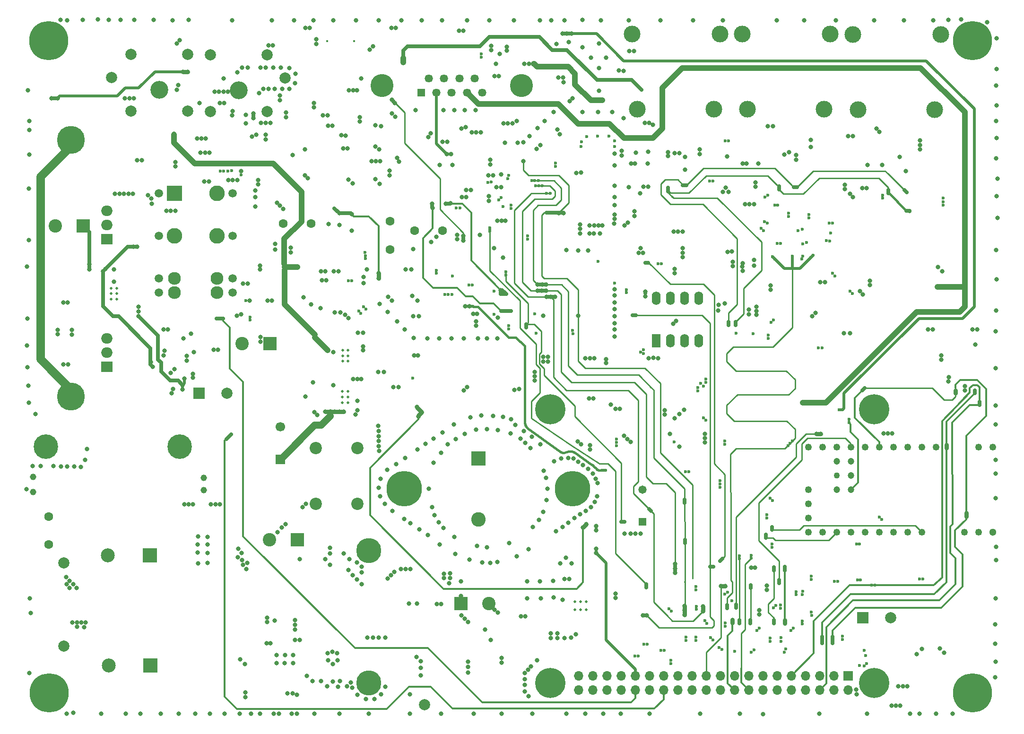
<source format=gbr>
G04 #@! TF.GenerationSoftware,KiCad,Pcbnew,5.1.5-52549c5~84~ubuntu18.04.1*
G04 #@! TF.CreationDate,2020-01-14T00:11:37-08:00*
G04 #@! TF.ProjectId,Pi_Blackbox,50695f42-6c61-4636-9b62-6f782e6b6963,R3*
G04 #@! TF.SameCoordinates,Original*
G04 #@! TF.FileFunction,Copper,L4,Inr*
G04 #@! TF.FilePolarity,Positive*
%FSLAX46Y46*%
G04 Gerber Fmt 4.6, Leading zero omitted, Abs format (unit mm)*
G04 Created by KiCad (PCBNEW 5.1.5-52549c5~84~ubuntu18.04.1) date 2020-01-14 00:11:37*
%MOMM*%
%LPD*%
G04 APERTURE LIST*
%ADD10C,1.200000*%
%ADD11C,1.100000*%
%ADD12C,1.300000*%
%ADD13C,1.250000*%
%ADD14C,2.000000*%
%ADD15C,3.200000*%
%ADD16C,1.500000*%
%ADD17C,2.800000*%
%ADD18C,2.300000*%
%ADD19R,2.800000X2.800000*%
%ADD20C,4.400000*%
%ADD21C,1.150000*%
%ADD22C,1.473200*%
%ADD23R,1.473200X1.473200*%
%ADD24C,1.700000*%
%ADD25R,1.700000X1.700000*%
%ADD26C,2.400000*%
%ADD27R,2.400000X2.400000*%
%ADD28C,1.600000*%
%ADD29O,1.600000X2.400000*%
%ADD30R,1.600000X2.400000*%
%ADD31C,4.500000*%
%ADD32C,6.350000*%
%ADD33C,2.600000*%
%ADD34R,2.600000X2.600000*%
%ADD35R,2.500000X2.500000*%
%ADD36C,2.500000*%
%ADD37C,5.000000*%
%ADD38R,2.000000X2.000000*%
%ADD39C,0.500000*%
%ADD40C,0.400000*%
%ADD41C,2.200000*%
%ADD42C,3.000000*%
%ADD43R,1.458000X1.458000*%
%ADD44C,1.458000*%
%ADD45C,4.116000*%
%ADD46C,0.800000*%
%ADD47C,5.400000*%
%ADD48O,2.000000X1.905000*%
%ADD49R,2.000000X1.905000*%
%ADD50C,7.000000*%
%ADD51O,1.700000X1.700000*%
%ADD52C,0.600000*%
%ADD53C,0.650000*%
%ADD54C,0.350000*%
%ADD55C,0.750000*%
%ADD56C,0.250000*%
%ADD57C,1.000000*%
%ADD58C,0.500000*%
%ADD59C,1.250000*%
%ADD60C,0.400000*%
%ADD61C,1.500000*%
%ADD62C,0.300000*%
%ADD63C,0.450000*%
G04 APERTURE END LIST*
D10*
X206105000Y-118355000D03*
D11*
X206105000Y-115815000D03*
D10*
X208680000Y-118355000D03*
X208680000Y-115815000D03*
X208680000Y-113275000D03*
X206105000Y-113275000D03*
D12*
X234065000Y-125975000D03*
D13*
X231525000Y-125975000D03*
X228985000Y-125975000D03*
X221365000Y-125975000D03*
X218825000Y-125975000D03*
X216285000Y-125975000D03*
X213745000Y-125975000D03*
X211205000Y-125975000D03*
X208665000Y-125975000D03*
X206125000Y-125975000D03*
X203585000Y-125975000D03*
X234065000Y-110735000D03*
X231525000Y-110735000D03*
X223905000Y-110735000D03*
X221365000Y-110735000D03*
X218825000Y-110735000D03*
X216285000Y-110735000D03*
X213745000Y-110735000D03*
X211205000Y-110735000D03*
X208665000Y-110735000D03*
X206125000Y-110735000D03*
X203585000Y-110735000D03*
X201045000Y-125975000D03*
X201045000Y-123435000D03*
X201045000Y-120895000D03*
X201045000Y-110735000D03*
X201045000Y-118355000D03*
D14*
X89847000Y-50589000D03*
X89847000Y-40429000D03*
X79687000Y-50589000D03*
X79687000Y-40429000D03*
D15*
X84767000Y-46789000D03*
D16*
X97880000Y-65330000D03*
X97880000Y-72905000D03*
X97880000Y-80570000D03*
X97880000Y-83110000D03*
X84705000Y-83110000D03*
X84705000Y-80570000D03*
X84705000Y-72950000D03*
X84705000Y-65330000D03*
D17*
X95100000Y-72950000D03*
D18*
X95100000Y-80570000D03*
X95100000Y-83110000D03*
D19*
X87480000Y-65330000D03*
D17*
X95100000Y-65330000D03*
X87480000Y-72950000D03*
D18*
X87480000Y-83110000D03*
X87480000Y-80570000D03*
D20*
X64470000Y-110680000D03*
X88470000Y-110680000D03*
D21*
X62195000Y-116090000D03*
X62220000Y-118780000D03*
X92795000Y-118480000D03*
X92795000Y-116255000D03*
D22*
X171350000Y-118368800D03*
D23*
X171350000Y-124160000D03*
D24*
X106440000Y-107148800D03*
D25*
X106440000Y-112940000D03*
D26*
X99630000Y-92255000D03*
D27*
X104630000Y-92255000D03*
D28*
X64960000Y-128240000D03*
X64960000Y-123240000D03*
D14*
X67670000Y-146390000D03*
X67670000Y-131530000D03*
D29*
X173780000Y-84110000D03*
X181400000Y-91730000D03*
X176320000Y-84110000D03*
X178860000Y-91730000D03*
X178860000Y-84110000D03*
X176320000Y-91730000D03*
X181400000Y-84110000D03*
D30*
X173780000Y-91730000D03*
D14*
X107280000Y-44630000D03*
X76250000Y-44590000D03*
X132262000Y-156874000D03*
D31*
X122340000Y-129270000D03*
X122340000Y-152970000D03*
D32*
X158810000Y-118210000D03*
X128610000Y-118210000D03*
D33*
X141910000Y-123680000D03*
D34*
X141910000Y-112760000D03*
D35*
X83090000Y-130120000D03*
D36*
X75590000Y-130120000D03*
D35*
X83200000Y-149910000D03*
D36*
X75700000Y-149910000D03*
D37*
X68920000Y-55720000D03*
X68920000Y-101660000D03*
D26*
X143810000Y-138790000D03*
D27*
X138810000Y-138790000D03*
D14*
X96930000Y-101120000D03*
D38*
X91930000Y-101120000D03*
D39*
X159210000Y-139880000D03*
X159210000Y-138480000D03*
X160210000Y-139880000D03*
X160210000Y-138480000D03*
X161210000Y-139880000D03*
X161210000Y-138480000D03*
D15*
X98992000Y-46814000D03*
D14*
X93912000Y-40454000D03*
X93912000Y-50614000D03*
X104072000Y-40454000D03*
X104072000Y-50614000D03*
D39*
X118610000Y-95380000D03*
X117610000Y-95380000D03*
X118610000Y-94380000D03*
X117610000Y-94380000D03*
X118610000Y-93380000D03*
X117610000Y-93380000D03*
D40*
X119710000Y-38045000D03*
X114810000Y-38045000D03*
D41*
X120280000Y-110930000D03*
X112780000Y-110930000D03*
X112780000Y-120930000D03*
X120280000Y-120930000D03*
D39*
X117580000Y-100780000D03*
X118580000Y-100780000D03*
X117580000Y-101780000D03*
X118580000Y-101780000D03*
X117580000Y-102780000D03*
X118580000Y-102780000D03*
D42*
X223610000Y-50305000D03*
X209910000Y-50305000D03*
X224710000Y-36805000D03*
X209010000Y-36805000D03*
X203830000Y-50245000D03*
X190130000Y-50245000D03*
X204930000Y-36745000D03*
X189230000Y-36745000D03*
D43*
X131675000Y-47250000D03*
D44*
X133045000Y-44710000D03*
X134415000Y-47250000D03*
X135785000Y-44710000D03*
X137155000Y-47250000D03*
X138525000Y-44710000D03*
X139895000Y-47250000D03*
X141265000Y-44710000D03*
X142635000Y-47250000D03*
D45*
X124660000Y-45980000D03*
X149650000Y-45980000D03*
D42*
X169490000Y-36745000D03*
X185190000Y-36745000D03*
X170390000Y-50245000D03*
X184090000Y-50245000D03*
D28*
X135520000Y-71950000D03*
X130520000Y-71950000D03*
X126140000Y-75330000D03*
X126140000Y-70330000D03*
X106950000Y-70670000D03*
X111950000Y-70670000D03*
D26*
X66180000Y-71130000D03*
D27*
X71180000Y-71130000D03*
D39*
X76150000Y-84270000D03*
X77150000Y-84270000D03*
X76150000Y-83270000D03*
X77150000Y-83270000D03*
X76150000Y-82270000D03*
X77150000Y-82270000D03*
D26*
X104540000Y-127390000D03*
D27*
X109540000Y-127390000D03*
D46*
X156281891Y-102568109D03*
X154850000Y-101975000D03*
X153418109Y-102568109D03*
X152825000Y-104000000D03*
X153418109Y-105431891D03*
X154850000Y-106025000D03*
X156281891Y-105431891D03*
X156875000Y-104000000D03*
D47*
X154850000Y-104000000D03*
D46*
X156281891Y-151568109D03*
X154850000Y-150975000D03*
X153418109Y-151568109D03*
X152825000Y-153000000D03*
X153418109Y-154431891D03*
X154850000Y-155025000D03*
X156281891Y-154431891D03*
X156875000Y-153000000D03*
D47*
X154850000Y-153000000D03*
D46*
X214281891Y-151568109D03*
X212850000Y-150975000D03*
X211418109Y-151568109D03*
X210825000Y-153000000D03*
X211418109Y-154431891D03*
X212850000Y-155025000D03*
X214281891Y-154431891D03*
X214875000Y-153000000D03*
D47*
X212850000Y-153000000D03*
D46*
X214281891Y-102568109D03*
X212850000Y-101975000D03*
X211418109Y-102568109D03*
X210825000Y-104000000D03*
X211418109Y-105431891D03*
X212850000Y-106025000D03*
X214281891Y-105431891D03*
X214875000Y-104000000D03*
D47*
X212850000Y-104000000D03*
D14*
X215750000Y-141350000D03*
D38*
X210750000Y-141350000D03*
D48*
X75420000Y-68390000D03*
X75420000Y-70930000D03*
D49*
X75420000Y-73470000D03*
D48*
X75420000Y-91270000D03*
X75420000Y-93810000D03*
D49*
X75420000Y-96350000D03*
D46*
X232236155Y-152923845D03*
X230380000Y-152155000D03*
X228523845Y-152923845D03*
X227755000Y-154780000D03*
X228523845Y-156636155D03*
X230380000Y-157405000D03*
X232236155Y-156636155D03*
X233005000Y-154780000D03*
D50*
X230380000Y-154780000D03*
D46*
X232236155Y-36103845D03*
X230380000Y-35335000D03*
X228523845Y-36103845D03*
X227755000Y-37960000D03*
X228523845Y-39816155D03*
X230380000Y-40585000D03*
X232236155Y-39816155D03*
X233005000Y-37960000D03*
D50*
X230380000Y-37960000D03*
D46*
X66853478Y-152651733D03*
X64984187Y-151915400D03*
X63141733Y-152716522D03*
X62405400Y-154585813D03*
X63206522Y-156428267D03*
X65075813Y-157164600D03*
X66918267Y-156363478D03*
X67654600Y-154494187D03*
D50*
X65030000Y-154770000D03*
D46*
X66833478Y-36061733D03*
X64964187Y-35325400D03*
X63121733Y-36126522D03*
X62385400Y-37995813D03*
X63186522Y-39838267D03*
X65055813Y-40574600D03*
X66898267Y-39773478D03*
X67634600Y-37904187D03*
D50*
X65010000Y-37950000D03*
D51*
X159855780Y-154276220D03*
X159855780Y-151736220D03*
X162395780Y-154276220D03*
X162395780Y-151736220D03*
X164935780Y-154276220D03*
X164935780Y-151736220D03*
X167475780Y-154276220D03*
X167475780Y-151736220D03*
X170015780Y-154276220D03*
X170015780Y-151736220D03*
X172555780Y-154276220D03*
X172555780Y-151736220D03*
X175095780Y-154276220D03*
X175095780Y-151736220D03*
X177635780Y-154276220D03*
X177635780Y-151736220D03*
X180175780Y-154276220D03*
X180175780Y-151736220D03*
X182715780Y-154276220D03*
X182715780Y-151736220D03*
X185255780Y-154276220D03*
X185255780Y-151736220D03*
X187795780Y-154276220D03*
X187795780Y-151736220D03*
X190335780Y-154276220D03*
X190335780Y-151736220D03*
X192875780Y-154276220D03*
X192875780Y-151736220D03*
X195415780Y-154276220D03*
X195415780Y-151736220D03*
X197955780Y-154276220D03*
X197955780Y-151736220D03*
X200495780Y-154276220D03*
X200495780Y-151736220D03*
X203035780Y-154276220D03*
X203035780Y-151736220D03*
X205575780Y-154276220D03*
X205575780Y-151736220D03*
X208115780Y-154276220D03*
D25*
X208115780Y-151736220D03*
D46*
X191305000Y-77255000D03*
X191305000Y-78230000D03*
D52*
X140830000Y-81680000D03*
X140230000Y-81680000D03*
X143665000Y-63375000D03*
X144260000Y-63280000D03*
D46*
X119217500Y-69017500D03*
X117055000Y-68880000D03*
D52*
X116155000Y-67985000D03*
D46*
X124060000Y-80550000D03*
X124060000Y-79640000D03*
D52*
X203510000Y-145900000D03*
X203510000Y-145290000D03*
X203510000Y-144700000D03*
X230820000Y-100580000D03*
X230820000Y-101140000D03*
X121370000Y-85600000D03*
X121780000Y-86010000D03*
X182670000Y-98530000D03*
X182660000Y-99130000D03*
X225753038Y-110328038D03*
X225752029Y-110927029D03*
X205340000Y-145870000D03*
X205340000Y-145280000D03*
X205340000Y-144680000D03*
X227400000Y-100560000D03*
X227400000Y-101130000D03*
X120485000Y-86365000D03*
X120895000Y-86775000D03*
X181230000Y-100060000D03*
X181230000Y-100660000D03*
X211140000Y-100190000D03*
X210725000Y-100605000D03*
X229300000Y-123190000D03*
X229300000Y-122550000D03*
D46*
X121060000Y-135320000D03*
X118690000Y-132760000D03*
X120210000Y-134470000D03*
X119415000Y-133675000D03*
X100200000Y-155550000D03*
X100200000Y-154700000D03*
X121060000Y-133160000D03*
X120155000Y-131455000D03*
X118830000Y-130790000D03*
X121060000Y-132170000D03*
X117810740Y-129800740D03*
X99268000Y-148772000D03*
X100083000Y-149587000D03*
X191730000Y-85608447D03*
X191730000Y-86355000D03*
X191730000Y-87030000D03*
X110250000Y-69530000D03*
X110250000Y-70340000D03*
X100585000Y-81505000D03*
X99790000Y-81500000D03*
X145105000Y-42075000D03*
X145755000Y-40355000D03*
X152450000Y-42640000D03*
X109575000Y-78385000D03*
X107222500Y-78477500D03*
X136340000Y-56090000D03*
X135530000Y-56090000D03*
X151915000Y-42105000D03*
X164100000Y-48650000D03*
X163320000Y-48650000D03*
X114980000Y-53190000D03*
X115790000Y-53200000D03*
X124306998Y-59553002D03*
X123606998Y-59553002D03*
X122836998Y-59553002D03*
X114905000Y-93405000D03*
X115960000Y-93740000D03*
X119470000Y-98550000D03*
X120270000Y-98550000D03*
X120980000Y-98550000D03*
X127045000Y-51535000D03*
X126460000Y-50960000D03*
X154380000Y-94630000D03*
X153555000Y-94605000D03*
X154355000Y-95430000D03*
X153555000Y-95405000D03*
D52*
X134410000Y-79610000D03*
X134410000Y-79060000D03*
X179020000Y-115160000D03*
X179620000Y-115160000D03*
D46*
X160275000Y-110255000D03*
X159735000Y-109715000D03*
D52*
X193870000Y-90690000D03*
X193870000Y-91260000D03*
X130205000Y-98405000D03*
D46*
X113281000Y-91781000D03*
X112646000Y-91146000D03*
X113916000Y-92416000D03*
X126420000Y-84484000D03*
X125785000Y-83849000D03*
X150995000Y-42075000D03*
X150135000Y-42075000D03*
X146420000Y-52750000D03*
X147230000Y-52750000D03*
X148040000Y-52750000D03*
X148785000Y-52375000D03*
D52*
X101055000Y-88025000D03*
X101055000Y-87435000D03*
D46*
X87400000Y-54610000D03*
X87400000Y-55930000D03*
X87400000Y-55260000D03*
X150915000Y-129075000D03*
X145365000Y-131300000D03*
X142615000Y-131400000D03*
X142415000Y-105100000D03*
X140515000Y-105425000D03*
X156760000Y-112830000D03*
X144590000Y-105150000D03*
X146340000Y-105300000D03*
X153000000Y-110230000D03*
X151480000Y-108900000D03*
X150040000Y-107890000D03*
X148530000Y-106790000D03*
X147800000Y-105750000D03*
X155450000Y-113300000D03*
X158930000Y-112830000D03*
X159800000Y-113410000D03*
X160670000Y-114000000D03*
X161620000Y-114660000D03*
X162410000Y-115490000D03*
X162960000Y-116390000D03*
X163240000Y-117220000D03*
X163230000Y-119570000D03*
X162790000Y-120550000D03*
X162070000Y-121480000D03*
X161170000Y-122220000D03*
X160140000Y-122780000D03*
X159170000Y-123420000D03*
X158010000Y-124280000D03*
X156980000Y-125070000D03*
X155860000Y-125840000D03*
X144040000Y-131500000D03*
X148840000Y-130275000D03*
X137770000Y-129870000D03*
X124320000Y-119600000D03*
X124100000Y-118080000D03*
X124460000Y-116430000D03*
X125620000Y-114860000D03*
X127190000Y-113780000D03*
X128840000Y-112710000D03*
X125170000Y-120920000D03*
X126550000Y-122160000D03*
X128670000Y-123650000D03*
X129780000Y-124390000D03*
X131400000Y-125490000D03*
X132920000Y-126510000D03*
X135015000Y-128200000D03*
X141665000Y-128425000D03*
X143465000Y-128700000D03*
X140315000Y-130900000D03*
X137615000Y-126850000D03*
X135720000Y-125260000D03*
X134860000Y-124200000D03*
X134100000Y-122940000D03*
X133640000Y-121550000D03*
X133040128Y-118250000D03*
X131020000Y-111170000D03*
X132470000Y-110160000D03*
X133890000Y-109220000D03*
X135530000Y-108130000D03*
X137540000Y-106660000D03*
X151720000Y-125110000D03*
X152800000Y-123790000D03*
X153580000Y-122390000D03*
X154170000Y-120280000D03*
X154310000Y-118250000D03*
X154090000Y-116280000D03*
X153615000Y-115000000D03*
X151290000Y-110950000D03*
X150365000Y-110000000D03*
X149450000Y-109250000D03*
X147700000Y-108310000D03*
X145430000Y-107690000D03*
X143490000Y-107560000D03*
X141480000Y-107660000D03*
X139500000Y-108400000D03*
X137880000Y-109310000D03*
X136460000Y-110280000D03*
X135290000Y-111740000D03*
X133930000Y-113590000D03*
X147490000Y-127925000D03*
X161900000Y-94880000D03*
X162730000Y-94880000D03*
X161060000Y-94870000D03*
X158020000Y-112690000D03*
X144140000Y-145270000D03*
X143107500Y-143402500D03*
X138925000Y-140905000D03*
X139500000Y-141480000D03*
X140115000Y-142095000D03*
X138802500Y-137397500D03*
X138802500Y-134767500D03*
X135270000Y-138840000D03*
X134510000Y-138840000D03*
X129510000Y-138770000D03*
X130900000Y-138770000D03*
X146090000Y-148520000D03*
X146120000Y-149330000D03*
X166470000Y-137035000D03*
X166470000Y-137760000D03*
X157590000Y-130570000D03*
X158589999Y-131569999D03*
X156600000Y-131560000D03*
X150230000Y-151230000D03*
X150230000Y-152355000D03*
X150230000Y-153355000D03*
X150230000Y-154505000D03*
X150892500Y-155417500D03*
D52*
X211068750Y-147201250D03*
X211270000Y-148060000D03*
X211445000Y-149495000D03*
X211020000Y-149920000D03*
X210147500Y-149842500D03*
D46*
X152430000Y-148970000D03*
X151380000Y-150080000D03*
X150817500Y-150642500D03*
X221400000Y-146880000D03*
X220410000Y-147870000D03*
X140755000Y-54330000D03*
X141560000Y-54330000D03*
X142350000Y-54330000D03*
X157150000Y-45380000D03*
X156267500Y-44512500D03*
X157082500Y-44512500D03*
X187460259Y-77571745D03*
X187460259Y-78371745D03*
X111410000Y-62590000D03*
X110830000Y-62040000D03*
X110850000Y-57400000D03*
X108700000Y-58420000D03*
X133750000Y-67950000D03*
D52*
X146020000Y-86400000D03*
X147800000Y-86400000D03*
X146880000Y-86400000D03*
D46*
X133617500Y-67126500D03*
D52*
X138630000Y-67940000D03*
X138005000Y-67955000D03*
X147340000Y-62100000D03*
X147160000Y-62660000D03*
D46*
X153015000Y-56665000D03*
X152340000Y-57330000D03*
X104717798Y-145872202D03*
X104020000Y-145870000D03*
X175280000Y-104140000D03*
X175280000Y-104950000D03*
D52*
X194635000Y-76645000D03*
X195035000Y-77045000D03*
X198150000Y-76580000D03*
X201910000Y-76370000D03*
X201470000Y-76800000D03*
X198150000Y-77170000D03*
X186500000Y-139610000D03*
X186510000Y-139030000D03*
X198172500Y-109647500D03*
X197772500Y-110047500D03*
X197392500Y-110492500D03*
D46*
X196740000Y-58335000D03*
X197610000Y-57935000D03*
X177050000Y-58105000D03*
X177950000Y-58105000D03*
X80855000Y-59405000D03*
X81680000Y-59405000D03*
D52*
X95050000Y-87730000D03*
X95650000Y-87730000D03*
X96260000Y-87730000D03*
X192580000Y-71570000D03*
X192990000Y-71980000D03*
X194560000Y-125580000D03*
X194560000Y-125030000D03*
X214310000Y-65610000D03*
X214310000Y-66180000D03*
X204770000Y-70590000D03*
X205340000Y-70590000D03*
X201590000Y-134460000D03*
X201590000Y-133860000D03*
X208495000Y-82785000D03*
X208915000Y-83205000D03*
X205790000Y-80080000D03*
X205380000Y-79640000D03*
X199980000Y-71690000D03*
X199210000Y-72020000D03*
X195020000Y-67370000D03*
X195570000Y-67370000D03*
X199980000Y-137180000D03*
X199990000Y-136580000D03*
X194150000Y-119920000D03*
X194575000Y-120345000D03*
X150525000Y-88775000D03*
X150525000Y-89380000D03*
X196750000Y-147500000D03*
X196990000Y-146950000D03*
X167540000Y-124120000D03*
X168130000Y-124120000D03*
X150710000Y-73500000D03*
X150710000Y-72920000D03*
X146840000Y-79370000D03*
X146840000Y-79960000D03*
X214142500Y-123692500D03*
X213717500Y-123267500D03*
X155750000Y-60450000D03*
X155750000Y-59900000D03*
X176410000Y-149530000D03*
X176410000Y-148920000D03*
D46*
X212018000Y-80928000D03*
X212018000Y-81690000D03*
X158297000Y-48797000D03*
X158805000Y-48289000D03*
D52*
X220955000Y-134355000D03*
X221555000Y-134355000D03*
X96815000Y-109315000D03*
X97235000Y-108895000D03*
X97665000Y-108465000D03*
D46*
X85530000Y-94305000D03*
X85692500Y-93517500D03*
X89705000Y-94430000D03*
X89705000Y-95230000D03*
X90805000Y-98355000D03*
X90805000Y-97605000D03*
X161745000Y-102015000D03*
X162495000Y-102015000D03*
D52*
X174140000Y-77930000D03*
X174750000Y-77930000D03*
X171490000Y-93350000D03*
X171510000Y-93970000D03*
X170990000Y-93700000D03*
D46*
X174080000Y-94800000D03*
X173250000Y-94790000D03*
X171855000Y-82925000D03*
X128450000Y-41860000D03*
X128450000Y-41080000D03*
X171855000Y-83725000D03*
X177090000Y-78830000D03*
X177095000Y-79575000D03*
X152005000Y-98855000D03*
X152005000Y-98055000D03*
X152005000Y-97255000D03*
X172420000Y-94810000D03*
X178750000Y-104030000D03*
X177960000Y-104800000D03*
X177070000Y-105630000D03*
D52*
X169850000Y-45480000D03*
X170270000Y-45900000D03*
X170700000Y-46330000D03*
X171120000Y-46750000D03*
D46*
X101640000Y-51020000D03*
X101640000Y-51800000D03*
D52*
X183960000Y-63070000D03*
X183360000Y-63070000D03*
X185200000Y-117955000D03*
X185200000Y-117385000D03*
X185200000Y-116795000D03*
X186775000Y-55855000D03*
X186130000Y-55855000D03*
X182660000Y-105940000D03*
X182250000Y-105530000D03*
X208310000Y-106390000D03*
X208310000Y-105790000D03*
D46*
X208980000Y-55030000D03*
X208180000Y-55030000D03*
X136930000Y-67105000D03*
X136130000Y-67130000D03*
D52*
X145920000Y-83350000D03*
X146940000Y-83350000D03*
X146010000Y-66070000D03*
D46*
X145920000Y-82630000D03*
D52*
X145554134Y-66444134D03*
D46*
X156095000Y-53855000D03*
X156500000Y-54700000D03*
X114890000Y-153570000D03*
X119370000Y-153830000D03*
X115830000Y-152760000D03*
X116820000Y-153720000D03*
X117100000Y-152630000D03*
X118420000Y-153610000D03*
X119050000Y-152910000D03*
X111250000Y-151740000D03*
X113725000Y-152665000D03*
X112215000Y-152665000D03*
X120270000Y-155130000D03*
X121780000Y-155870000D03*
X124500000Y-155040000D03*
X125270000Y-153700000D03*
X123280000Y-155850000D03*
X175930000Y-57930000D03*
X175930000Y-58580000D03*
X172305000Y-57880000D03*
X170105000Y-58005000D03*
D52*
X187830000Y-147350000D03*
D46*
X225380000Y-147600000D03*
X224575000Y-146795000D03*
X217350000Y-58745000D03*
X102905000Y-91055000D03*
X102955000Y-91855000D03*
X100930000Y-84505000D03*
D52*
X100260329Y-84505000D03*
D46*
X87480000Y-96755000D03*
X86830000Y-97505000D03*
X87230000Y-100305000D03*
X87017500Y-101067500D03*
X127390000Y-58910000D03*
X127760000Y-59640000D03*
X123450000Y-53140000D03*
X124540834Y-53239166D03*
X144040000Y-59320000D03*
X144050000Y-60120000D03*
X112920000Y-38550000D03*
X112910000Y-37710000D03*
X145170000Y-64225001D03*
X146050000Y-64225001D03*
X137290000Y-60250000D03*
X135020000Y-60250000D03*
X143690000Y-62075000D03*
X144545000Y-62075000D03*
X221060000Y-55840000D03*
X221050000Y-56650000D03*
X221040000Y-57450000D03*
X214210000Y-60180000D03*
X211630000Y-60180000D03*
X218490000Y-61305000D03*
X210715000Y-64380000D03*
X211480000Y-64380000D03*
X181605000Y-58230000D03*
X181605000Y-57455000D03*
X172230000Y-59930000D03*
X169990000Y-59930000D03*
X169280000Y-59930000D03*
X189280000Y-59930000D03*
X189960000Y-59930000D03*
X192070000Y-59930000D03*
X198820000Y-58455000D03*
X198820000Y-59255000D03*
X178950000Y-58805000D03*
X178950000Y-61030000D03*
X193755000Y-53255000D03*
X194705000Y-53280000D03*
X201430000Y-56955000D03*
X201430000Y-55715000D03*
X191590000Y-64130000D03*
X172345000Y-64135000D03*
X171505000Y-64135000D03*
X191555000Y-63355000D03*
X160140000Y-72480000D03*
X160140000Y-71670000D03*
X160140000Y-70870000D03*
X157220000Y-68815000D03*
X156340000Y-68815000D03*
X171780000Y-52705000D03*
X172530000Y-52705000D03*
X173180000Y-53055000D03*
X159480000Y-61630000D03*
X160305000Y-61605000D03*
X189255000Y-77805000D03*
X189255000Y-79208447D03*
X189230000Y-78455000D03*
X191280000Y-67205000D03*
X190470000Y-67220000D03*
X189660000Y-67220000D03*
X166305000Y-69905000D03*
X166305000Y-69105000D03*
X161805000Y-72480000D03*
X162605000Y-72480000D03*
X163705000Y-72480000D03*
X166280000Y-70705000D03*
X186050000Y-85030000D03*
X184920000Y-85260000D03*
X184890000Y-86310000D03*
X168900000Y-34280000D03*
X160530000Y-34255000D03*
X234650000Y-86330000D03*
X234730000Y-80730000D03*
X234650000Y-75490000D03*
X234930000Y-69680000D03*
X234870000Y-62650000D03*
X234720000Y-55390000D03*
X234720000Y-49560000D03*
X234720000Y-43030000D03*
X234710000Y-37550000D03*
X233040000Y-34680000D03*
X226080000Y-34220000D03*
X228390000Y-34170000D03*
X223410000Y-34280000D03*
X218130000Y-34280000D03*
X212840000Y-34280000D03*
X205930000Y-34280000D03*
X200320000Y-34280000D03*
X195390000Y-34280000D03*
X185720000Y-34280000D03*
X180420000Y-34280000D03*
X174560000Y-34280000D03*
X163850000Y-34280000D03*
X166305000Y-67430000D03*
X166305000Y-65955000D03*
X166305000Y-63955000D03*
X166305000Y-60305000D03*
X166305000Y-58180000D03*
X150005000Y-59505000D03*
X146040000Y-61890000D03*
X151123996Y-55010000D03*
X152543996Y-53590000D03*
X155403996Y-50730000D03*
X160540000Y-50730000D03*
X163370000Y-50730000D03*
X165900000Y-50730000D03*
X167950000Y-51800000D03*
X213730000Y-54310000D03*
X213255000Y-53680000D03*
X104210000Y-84515000D03*
X104985000Y-84515000D03*
X98680000Y-87205000D03*
X99455000Y-87005000D03*
X89080000Y-91255000D03*
X90430000Y-90430000D03*
X92190000Y-58030000D03*
X92965000Y-58030000D03*
X93740000Y-58030000D03*
X117360000Y-54880000D03*
X99430000Y-61280000D03*
X118170000Y-54935000D03*
X101400000Y-55110000D03*
X115130000Y-70780000D03*
X119242500Y-71992500D03*
X117061250Y-70948750D03*
X116860000Y-79250000D03*
X116070000Y-79250000D03*
X106421250Y-67508750D03*
X106981250Y-68068750D03*
X105876250Y-66963750D03*
X113725000Y-79250000D03*
X114490000Y-79250000D03*
X164825000Y-40960000D03*
X162060000Y-40960000D03*
X146725000Y-56215000D03*
X126060000Y-62070000D03*
X126060000Y-61270000D03*
X143835000Y-66625000D03*
X143800000Y-65840000D03*
X163550000Y-38455000D03*
X148960000Y-56220000D03*
X150005000Y-56128996D03*
X138865000Y-53665000D03*
X139630000Y-53420000D03*
X158080000Y-38190000D03*
X155925000Y-38545000D03*
X147055000Y-39695000D03*
X147055000Y-39015000D03*
X144200000Y-39600000D03*
X144200000Y-38870000D03*
X160560000Y-39090000D03*
X163550000Y-46890000D03*
X169760000Y-39830000D03*
X168960000Y-39850000D03*
X163550000Y-42830000D03*
X224870000Y-95075000D03*
X224870000Y-94300000D03*
X230450000Y-89710000D03*
X231270000Y-89710000D03*
X113111250Y-105038750D03*
X112581250Y-104508750D03*
X112285000Y-99145000D03*
X110942500Y-101707500D03*
X126330000Y-35655000D03*
X127130000Y-35655000D03*
X138505000Y-36205000D03*
X139265000Y-36205000D03*
X122495000Y-39535000D03*
X123075000Y-38955000D03*
X110945000Y-35655000D03*
X111695000Y-35655000D03*
X120920000Y-44680000D03*
X120690000Y-51620000D03*
X120700000Y-52430000D03*
X113695000Y-85835000D03*
X111935000Y-85215000D03*
X110595000Y-83945000D03*
X131110000Y-94350000D03*
X130450000Y-94350000D03*
X139950000Y-100000000D03*
X139340000Y-100580000D03*
X149250000Y-100350000D03*
X148340000Y-100500000D03*
X159840000Y-87240000D03*
X153505000Y-87255000D03*
X194300000Y-81790000D03*
X190400000Y-86120000D03*
X190400000Y-86940000D03*
X194300000Y-82590000D03*
D52*
X197470000Y-69420000D03*
X197470000Y-68830000D03*
X201165000Y-69715000D03*
X201160000Y-69100000D03*
X193700000Y-70590000D03*
X193167500Y-70352500D03*
X204995000Y-72395000D03*
X200060000Y-76580000D03*
X154130000Y-68800000D03*
X163405000Y-77465000D03*
X191140000Y-90440000D03*
X188057132Y-90372868D03*
X199835010Y-77083205D03*
X166305000Y-56925000D03*
X166305000Y-55935000D03*
X165280828Y-55080828D03*
X163250755Y-55090755D03*
X161360000Y-55100000D03*
X160415000Y-56045000D03*
X160350000Y-56880000D03*
X225145000Y-67385000D03*
X225145000Y-66785000D03*
X225145000Y-66165000D03*
D46*
X124020000Y-97324990D03*
X124970000Y-97324990D03*
D52*
X166685000Y-110535000D03*
X166685000Y-109935000D03*
X166685000Y-109335000D03*
X137280000Y-80120000D03*
X144720000Y-86930000D03*
D46*
X141480000Y-88260000D03*
X141480000Y-89040000D03*
X145410000Y-87580000D03*
D52*
X144740000Y-82840000D03*
X166310000Y-81390000D03*
D46*
X166310000Y-82450000D03*
X166310000Y-83600000D03*
X166310000Y-84880000D03*
X166310000Y-86050000D03*
X166310000Y-87270000D03*
X166310000Y-88550000D03*
X166310000Y-89710000D03*
X166310000Y-90980000D03*
X145320000Y-91320000D03*
X143430000Y-91320000D03*
X141850000Y-91320000D03*
X139320000Y-91320000D03*
X137150000Y-91320000D03*
X134900000Y-91320000D03*
X132830000Y-91320000D03*
X130335000Y-91205000D03*
X128775000Y-89645000D03*
X127390000Y-88260000D03*
X125680000Y-86550000D03*
X124275000Y-85145000D03*
X121340000Y-81400000D03*
X121340000Y-80320000D03*
X122000000Y-78920000D03*
X142190001Y-72749999D03*
X130220000Y-75310000D03*
X146388760Y-76791240D03*
X144747262Y-75132738D03*
X134390000Y-73080000D03*
X133460000Y-74010000D03*
X141400000Y-50370000D03*
X139490000Y-50380000D03*
X135720000Y-50390000D03*
X137630000Y-50420000D03*
X130690000Y-50390000D03*
X153796998Y-52336998D03*
D52*
X203465000Y-92985000D03*
X202860000Y-92985000D03*
D46*
X234730000Y-65830000D03*
X234655000Y-59005000D03*
X234630000Y-52355000D03*
X234630000Y-46005000D03*
D52*
X99400000Y-61970000D03*
X152015000Y-86885000D03*
D46*
X123460000Y-56900000D03*
X124175437Y-57414563D03*
X102150000Y-54830000D03*
X87908750Y-38428750D03*
X88468750Y-37868750D03*
X119930000Y-104940000D03*
X120260000Y-104150000D03*
X120250000Y-102470000D03*
X115930000Y-99690000D03*
X167110000Y-43240000D03*
X167910000Y-43340000D03*
X91017500Y-93767500D03*
X176930000Y-72155000D03*
X177705000Y-72155000D03*
X178505000Y-72155000D03*
X114552500Y-104380000D03*
X115410000Y-104380000D03*
X116230000Y-104380000D03*
X117020000Y-104380000D03*
X117800000Y-104380000D03*
X140040000Y-151110000D03*
X140040000Y-150120000D03*
X140040000Y-149170000D03*
X122060000Y-144920000D03*
X123060000Y-144920000D03*
X124100000Y-144920000D03*
X125250000Y-144920000D03*
X131640000Y-149140000D03*
X131640000Y-150290000D03*
X131640000Y-151690000D03*
X130880000Y-148380000D03*
X66620000Y-89780000D03*
X66620000Y-90530000D03*
X85590000Y-89650000D03*
X86330000Y-89650000D03*
X67590000Y-84840000D03*
X68390000Y-84840000D03*
X69160000Y-89800000D03*
X69160000Y-90590000D03*
X95300000Y-93300000D03*
X94510000Y-93300000D03*
X67620000Y-95910000D03*
X68420000Y-95910000D03*
D52*
X142440000Y-40930000D03*
X142440000Y-40350000D03*
D46*
X162996000Y-125632000D03*
X162996000Y-124870000D03*
D52*
X207130000Y-104100000D03*
X206530000Y-104100000D03*
X186065000Y-110270000D03*
X186030000Y-109680000D03*
D46*
X156980000Y-36710010D03*
X157780000Y-36710010D03*
X158610000Y-36710010D03*
X121245000Y-93405000D03*
X121260000Y-92750000D03*
X98890000Y-130470000D03*
X99500000Y-129760000D03*
X98960000Y-129000000D03*
X99740000Y-131850000D03*
X99640000Y-130960000D03*
X100530000Y-131530000D03*
X100400000Y-132570000D03*
X217495000Y-157055000D03*
X216720000Y-157055000D03*
X215945000Y-157055000D03*
X218695000Y-153605000D03*
X217945000Y-153605000D03*
X217170000Y-153605000D03*
X140320000Y-85560000D03*
X139550000Y-85550000D03*
X138150000Y-73520000D03*
X138150000Y-72740000D03*
D52*
X164755000Y-114885000D03*
X164160000Y-114900000D03*
D46*
X130130000Y-83640000D03*
X130990000Y-84500000D03*
X141705000Y-86885000D03*
X141015000Y-86885000D03*
X112500000Y-49880000D03*
X112510000Y-49080000D03*
X126960000Y-49110000D03*
X126410000Y-48540000D03*
X139240000Y-73730000D03*
X139240000Y-72940000D03*
X130290000Y-87290000D03*
X131300000Y-87290000D03*
X171000000Y-126230000D03*
X170060000Y-126230000D03*
X169170000Y-126230000D03*
X168080000Y-126230000D03*
X71570000Y-142180000D03*
X69230000Y-142180000D03*
X70100000Y-142180000D03*
X70850000Y-142180000D03*
X70050000Y-142970000D03*
X71335950Y-143014050D03*
X70020000Y-135990000D03*
X69374050Y-135315950D03*
X68739050Y-134680950D03*
X68124050Y-134065950D03*
X68160000Y-135300000D03*
X68700000Y-135990000D03*
X72280000Y-78930000D03*
X72280000Y-78030000D03*
X80067500Y-65342500D03*
X79267500Y-65342500D03*
X78467500Y-65342500D03*
X77667500Y-65342500D03*
X76867500Y-65342500D03*
X82761250Y-65648750D03*
X83361250Y-66248750D03*
X83480000Y-67130000D03*
X81080000Y-85630000D03*
X81080000Y-86430000D03*
X81080000Y-87330000D03*
X89255000Y-98505000D03*
X88955000Y-99630000D03*
X88980000Y-100405000D03*
X102820000Y-78220000D03*
X102820000Y-78930000D03*
X89300000Y-121000000D03*
X90050000Y-121000000D03*
X90810000Y-121000000D03*
X94060000Y-121000000D03*
X94870000Y-121000000D03*
X95670000Y-121000000D03*
X124128111Y-111401889D03*
X124060000Y-110600000D03*
X124060000Y-109700000D03*
X124060000Y-108770000D03*
X124090000Y-107840000D03*
X123986763Y-106963237D03*
X161895000Y-110445000D03*
X161895000Y-111145000D03*
D52*
X187360000Y-138290000D03*
D46*
X145360000Y-70180000D03*
X146790000Y-70180000D03*
X146060000Y-70190000D03*
X207535000Y-63755000D03*
X207535000Y-64505000D03*
X186220000Y-64260000D03*
X185710000Y-65060000D03*
X186480000Y-58655000D03*
X168680000Y-70505000D03*
X169855000Y-69330000D03*
X169855000Y-68530000D03*
X168130000Y-71055000D03*
X159780000Y-75535000D03*
X157680000Y-75417500D03*
X161580000Y-75535000D03*
X170905000Y-65280000D03*
X168905000Y-64230000D03*
X167630000Y-58555000D03*
X167630000Y-57680000D03*
X186760000Y-65010000D03*
X209000000Y-65930000D03*
X208500000Y-65370000D03*
X114700000Y-80870000D03*
X113920000Y-80870000D03*
X117210000Y-86660000D03*
X116230000Y-86670000D03*
X229035000Y-99805000D03*
X229030000Y-100600000D03*
X223270000Y-89660000D03*
X222480000Y-89670000D03*
X230935000Y-92425000D03*
X120367500Y-90250000D03*
X121310000Y-90250000D03*
X118081250Y-87088750D03*
X118666250Y-87673750D03*
X193550001Y-136299999D03*
X193550001Y-135559999D03*
D52*
X186550000Y-136780000D03*
X186025000Y-137075000D03*
X180920000Y-136360000D03*
X180920000Y-135740000D03*
X193720000Y-65610000D03*
X193260000Y-66010000D03*
X118670000Y-80970000D03*
X119260000Y-80970000D03*
X158900000Y-90450000D03*
X158820000Y-89850000D03*
X152240000Y-90340000D03*
X147390000Y-89000000D03*
X147390000Y-89630000D03*
X194350000Y-88430000D03*
X194780000Y-88000000D03*
D46*
X208520000Y-90380000D03*
X207370000Y-90380000D03*
X108350000Y-75850000D03*
X108350000Y-75040000D03*
X103860000Y-52650000D03*
X103030000Y-52650000D03*
X104690000Y-52650000D03*
X103860000Y-54830000D03*
X103860000Y-55600000D03*
X102505000Y-62885000D03*
X102505000Y-63685000D03*
X98760000Y-62960000D03*
X97950000Y-62960000D03*
X97130000Y-62960000D03*
X131815000Y-104525000D03*
X126740000Y-100010000D03*
X127610000Y-100000000D03*
X105530000Y-75380000D03*
X105530000Y-74380000D03*
X87640000Y-59680000D03*
X87640000Y-60480000D03*
X89020000Y-43500000D03*
X89910000Y-43500000D03*
X65450000Y-48290000D03*
X66560000Y-48290000D03*
X131217500Y-105227500D03*
X130940000Y-103550000D03*
X160690000Y-125120000D03*
X161260000Y-124550000D03*
X202310000Y-86730000D03*
X201750000Y-87290000D03*
X120180000Y-46870000D03*
X119480000Y-46870000D03*
X118750000Y-46870000D03*
X92870000Y-63140000D03*
X93670000Y-63140000D03*
X105150000Y-38780000D03*
X104370000Y-38780000D03*
X109100000Y-145320000D03*
X109930000Y-145290000D03*
X107500000Y-51620000D03*
X107500000Y-50830000D03*
X129950000Y-78940000D03*
X128900000Y-78940000D03*
X171430000Y-75980000D03*
X170655000Y-75980000D03*
X71090000Y-34220000D03*
X73770000Y-34170000D03*
X61030000Y-118270000D03*
X131750000Y-34280000D03*
X135450000Y-34280000D03*
X139940000Y-34280000D03*
X143920000Y-34280000D03*
X148320000Y-34280000D03*
X152960000Y-34280000D03*
X157340000Y-34280000D03*
X154960000Y-34280000D03*
X93400000Y-129760000D03*
X91660000Y-129680000D03*
X93400000Y-128180000D03*
X93420000Y-126820000D03*
X91760000Y-126800000D03*
X93410000Y-131540000D03*
X91760000Y-131590000D03*
X91650000Y-128160000D03*
X115820000Y-147410000D03*
X116630000Y-147690000D03*
X114960000Y-147670000D03*
X116710000Y-148910000D03*
X115900000Y-149610000D03*
X115010000Y-148910000D03*
X105780000Y-148020000D03*
X108729951Y-148008941D03*
X108789951Y-149438941D03*
X107289951Y-147998941D03*
X105809951Y-149438941D03*
X102790000Y-158530000D03*
X109470000Y-158540000D03*
X101180000Y-158530000D03*
X99160000Y-158530000D03*
X96470000Y-158530000D03*
X93850000Y-158530000D03*
X91190000Y-158530000D03*
X88250000Y-158530000D03*
X85020000Y-158530000D03*
X81410000Y-158530000D03*
X78750000Y-158530000D03*
X87160000Y-34280000D03*
X90055000Y-34230000D03*
X97870000Y-34280000D03*
X104920000Y-34280000D03*
X108950000Y-34280000D03*
X112380000Y-34280000D03*
X115960000Y-34280000D03*
X120000000Y-34280000D03*
X124080000Y-34280000D03*
X128150000Y-34280000D03*
X226860000Y-158540000D03*
X220950000Y-158540000D03*
X211520000Y-158540000D03*
X202980000Y-158510000D03*
X192900000Y-158620000D03*
X188730000Y-158540000D03*
X181630000Y-158540000D03*
X167440000Y-158540000D03*
X172610000Y-158520000D03*
X105250000Y-158540000D03*
X108480000Y-158540000D03*
X112590000Y-158540000D03*
X117020000Y-158540000D03*
X122330000Y-158540000D03*
X129710000Y-158540000D03*
X135290000Y-158540000D03*
X141090000Y-158540000D03*
X146110000Y-158540000D03*
X151620000Y-158540000D03*
X157660000Y-158540000D03*
X164310000Y-158540000D03*
X161050000Y-158540000D03*
X75740000Y-34180000D03*
X80310000Y-34220000D03*
X83760000Y-34220000D03*
X77810000Y-34220000D03*
X74400000Y-158530000D03*
X223880000Y-158540000D03*
X107209951Y-149448941D03*
X104100000Y-142110000D03*
X219210000Y-158540000D03*
X61290000Y-46870000D03*
X61480000Y-52340000D03*
X178480000Y-76730000D03*
X178480000Y-75980000D03*
X178480000Y-75155000D03*
X177940000Y-110710000D03*
X209630000Y-154205000D03*
X209640000Y-155010000D03*
X106210000Y-158540000D03*
X107714951Y-154865049D03*
X108664951Y-154865049D03*
X109445000Y-155085000D03*
X104070000Y-141300000D03*
X105444951Y-141825049D03*
X109910000Y-130790000D03*
X114550000Y-130790000D03*
X115375000Y-129845000D03*
X115400000Y-131860000D03*
X115375000Y-128815000D03*
X76650000Y-81160000D03*
X76650000Y-78900000D03*
X86040000Y-68430000D03*
X86860000Y-68430000D03*
X87700000Y-68430000D03*
X101942500Y-66005000D03*
X101942500Y-64757500D03*
X101942500Y-67627500D03*
X125718389Y-134258389D03*
X126283389Y-133693389D03*
X126888389Y-133088389D03*
X129760000Y-132600000D03*
X128940000Y-132600000D03*
X128090000Y-132580000D03*
X150632500Y-137847500D03*
X153092500Y-137847500D03*
X155442500Y-137722500D03*
X157050000Y-138090000D03*
X150350000Y-141080000D03*
X149570000Y-141080000D03*
X144865000Y-139845000D03*
X145385000Y-140365000D03*
X111000000Y-120930000D03*
X110460000Y-121470000D03*
X107385000Y-124545000D03*
X106755000Y-125175000D03*
X105960000Y-125970000D03*
X129710000Y-155020000D03*
X103420000Y-46580000D03*
X97880000Y-50555000D03*
X97870000Y-51360000D03*
X104330000Y-46550000D03*
X105480000Y-46550000D03*
X106840000Y-46550000D03*
X108050000Y-46550000D03*
X109110000Y-45600000D03*
X109170000Y-43900000D03*
X108120000Y-42850000D03*
X106540000Y-42790000D03*
X105180000Y-42790000D03*
X103820000Y-42790000D03*
X99580000Y-42790000D03*
X98755000Y-43615000D03*
X96270000Y-44760000D03*
X100260000Y-52730000D03*
X100270000Y-51210000D03*
X171005000Y-75105000D03*
X176835000Y-88685000D03*
X177375000Y-88145000D03*
X166480000Y-103940000D03*
X167280000Y-103940000D03*
X164795000Y-95665000D03*
X164795000Y-94995000D03*
X176230000Y-108370000D03*
X165640000Y-103100000D03*
D52*
X191842399Y-143581000D03*
X192256700Y-143166700D03*
X186101700Y-142881700D03*
X186110000Y-142280000D03*
X197930000Y-143600000D03*
X198346700Y-143226700D03*
X190820000Y-147490000D03*
X191300000Y-147050000D03*
X207170000Y-144590000D03*
X207170000Y-145190000D03*
X177035000Y-109805000D03*
X231660000Y-102670000D03*
X231660000Y-103240000D03*
X181715000Y-99325000D03*
X182260000Y-99870000D03*
X212390000Y-135450000D03*
X213010000Y-135450000D03*
D46*
X191510000Y-132370000D03*
X190780000Y-132370000D03*
X192256700Y-140753300D03*
X192256700Y-140753300D03*
X192256700Y-140003300D03*
D52*
X147810000Y-67990000D03*
X147790000Y-67395000D03*
X146347500Y-67687500D03*
D46*
X65805000Y-114180000D03*
X67155000Y-114230000D03*
X68280000Y-114230000D03*
X69530000Y-114230000D03*
X70780000Y-114280000D03*
X71480000Y-113030000D03*
X71880000Y-111105000D03*
X63555000Y-114180000D03*
X62130000Y-114105000D03*
X62590000Y-104850000D03*
X61430000Y-102790000D03*
X61350000Y-99730000D03*
X61170000Y-96450000D03*
X61130000Y-92590000D03*
X61160000Y-87700000D03*
X61080000Y-78380000D03*
X61420000Y-73660000D03*
X61460000Y-64420000D03*
X61510000Y-58370000D03*
X61470000Y-53970000D03*
X67110000Y-34210000D03*
X68305000Y-34305000D03*
X61550000Y-151210000D03*
X61750000Y-140470000D03*
X61570000Y-137830000D03*
X68200000Y-158510000D03*
X69355000Y-158330000D03*
X234505000Y-152030000D03*
X234530000Y-149205000D03*
X234505000Y-145980000D03*
X234455000Y-142530000D03*
X234580000Y-137880000D03*
X234630000Y-131030000D03*
X234630000Y-128605000D03*
X234530000Y-119905000D03*
X234580000Y-115480000D03*
X234555000Y-113005000D03*
X234530000Y-106705000D03*
X234530000Y-103280000D03*
X234530000Y-96630000D03*
X234530000Y-89980000D03*
X161860000Y-71080000D03*
X162670000Y-71080000D03*
X163440000Y-71080000D03*
X164090000Y-71080000D03*
X203980000Y-81220000D03*
X203180000Y-81220000D03*
X210800000Y-83400000D03*
X210240000Y-82840000D03*
X224220000Y-78490000D03*
X225030000Y-79300000D03*
X96426001Y-49163999D03*
X95596001Y-49163999D03*
X91986001Y-49163999D03*
X88140000Y-45890000D03*
X87951000Y-46789000D03*
X102670000Y-47370000D03*
X102900000Y-42750000D03*
X100650000Y-42780000D03*
X156050000Y-144970000D03*
X154890000Y-144970000D03*
X156050000Y-144140000D03*
X154920000Y-144130000D03*
X157356261Y-144956261D03*
X158497500Y-144912500D03*
X159356250Y-144256250D03*
X155320000Y-134750000D03*
X157340000Y-134390000D03*
X158230000Y-134390000D03*
X152987500Y-134770000D03*
X150680000Y-134790000D03*
X109120000Y-143400000D03*
X109120000Y-142580000D03*
X109120000Y-141770000D03*
X83620000Y-96360000D03*
X83230000Y-95505000D03*
X80105000Y-74855000D03*
X80855000Y-74855000D03*
X74720000Y-79270000D03*
X75180000Y-78810000D03*
X136880000Y-133330000D03*
X136880000Y-134230000D03*
X136727500Y-135177500D03*
X135780000Y-134230000D03*
X135780000Y-133430000D03*
D52*
X95715000Y-61295000D03*
X96340000Y-61295000D03*
X97090000Y-61295000D03*
X97723993Y-61223993D03*
D46*
X94670000Y-47080000D03*
X95490000Y-47080000D03*
X96310000Y-47080000D03*
X97070000Y-47080000D03*
X117750000Y-57290000D03*
X118520000Y-57290000D03*
X114900000Y-51360000D03*
X114120000Y-51360000D03*
X139780000Y-65980000D03*
X138980000Y-65980000D03*
X118700000Y-62800000D03*
X119420000Y-63520000D03*
X140550000Y-64675000D03*
X139735000Y-64675000D03*
D52*
X121680000Y-77010000D03*
X121680000Y-76430000D03*
X121634315Y-75835685D03*
X137170000Y-83450000D03*
X136560000Y-83450000D03*
X135970000Y-83450000D03*
D46*
X123460000Y-62770000D03*
X124240000Y-63640000D03*
D52*
X168475000Y-83115000D03*
X168475000Y-82565000D03*
D46*
X162996000Y-129696000D03*
X162996000Y-128934000D03*
D52*
X199960000Y-141880000D03*
X199960000Y-142440000D03*
X201590000Y-140340000D03*
X201600000Y-140940000D03*
X194560000Y-128100000D03*
X194560000Y-128700000D03*
X190770000Y-130140000D03*
X190770000Y-130690000D03*
D46*
X186580000Y-75755000D03*
X187355000Y-75735260D03*
D52*
X196080000Y-74260000D03*
X195480000Y-74260000D03*
X204880000Y-73820000D03*
X204280000Y-73780000D03*
X200050000Y-74370000D03*
X200670000Y-74110000D03*
D46*
X185360000Y-135650000D03*
X186110000Y-135650000D03*
D52*
X218225000Y-64735000D03*
X218635000Y-65145000D03*
X198390000Y-64200000D03*
X198970000Y-64210000D03*
X178550000Y-63847500D03*
X179158939Y-63847500D03*
X186743947Y-88356053D03*
X186734990Y-88935968D03*
X183510000Y-144900000D03*
X185535000Y-146955000D03*
X183930000Y-145330000D03*
X185000000Y-146680000D03*
D46*
X155650000Y-83850000D03*
X154890000Y-83860000D03*
X154120000Y-83860000D03*
X182160000Y-139320000D03*
X182160000Y-140120000D03*
D52*
X154170000Y-65320000D03*
X154780000Y-65320000D03*
X172872500Y-122212500D03*
X172472500Y-121812500D03*
X170560000Y-148220000D03*
X170010000Y-148220000D03*
X196149999Y-144920001D03*
X196140000Y-145520000D03*
X209820000Y-134570000D03*
X210370000Y-134570000D03*
X194200000Y-144970000D03*
X194200000Y-145530000D03*
X172130000Y-146060000D03*
X171550000Y-146060000D03*
X205680000Y-134800000D03*
X206260000Y-134800000D03*
X174610000Y-147160000D03*
X175180000Y-147160000D03*
X194751182Y-139568234D03*
X195167361Y-139163173D03*
X188710000Y-142330000D03*
X188710000Y-141730000D03*
X188700000Y-130230000D03*
X188700000Y-130780000D03*
X215340000Y-64710000D03*
X215340000Y-65270000D03*
X195790000Y-64640000D03*
X195790000Y-64040000D03*
X175870000Y-64250000D03*
X175870000Y-64970000D03*
X187989367Y-88346198D03*
X187995010Y-88921313D03*
X219200000Y-68480000D03*
X218570000Y-68420000D03*
X190660000Y-142320000D03*
X190660000Y-141760000D03*
X190690000Y-135460000D03*
X190690000Y-136020000D03*
X194850000Y-142340000D03*
X194850000Y-141750000D03*
X194890000Y-132240000D03*
X194890000Y-132820000D03*
X196800000Y-142340000D03*
X196800000Y-141760000D03*
X196820000Y-132190000D03*
X196820000Y-132760000D03*
D46*
X178880000Y-140790000D03*
X178890000Y-139200000D03*
X178890000Y-139990000D03*
X154090000Y-81660000D03*
X153340000Y-81660000D03*
X152530000Y-81670000D03*
D52*
X151480000Y-63040000D03*
X152060000Y-63040000D03*
X152660000Y-63040000D03*
X178905926Y-127964074D03*
X178905573Y-127384427D03*
X178901185Y-120183815D03*
X178901520Y-120790000D03*
D46*
X154060000Y-82740000D03*
X153300000Y-82750000D03*
X152520000Y-82750000D03*
X177160000Y-132500000D03*
X177160000Y-131710000D03*
X177150000Y-133300000D03*
D52*
X153370000Y-63940000D03*
X152760000Y-63940000D03*
X152150000Y-63940000D03*
X176085000Y-139745000D03*
X176500000Y-140160000D03*
X144005000Y-71455000D03*
X144005000Y-72030000D03*
X172030000Y-135330000D03*
X172030000Y-135930000D03*
X193415000Y-127035000D03*
X193415000Y-126460000D03*
X188050000Y-138980000D03*
X188060000Y-139580000D03*
X187410000Y-142280000D03*
X187420000Y-141680000D03*
D46*
X203260000Y-108410000D03*
X202470000Y-108410000D03*
D52*
X195810000Y-134550000D03*
X195820000Y-135148001D03*
X196050000Y-139060000D03*
X196050000Y-139660000D03*
X182850000Y-142340000D03*
X182480000Y-141860000D03*
X180970000Y-139250000D03*
X180970000Y-139830000D03*
X180870000Y-145370000D03*
X180870000Y-144770000D03*
X198810000Y-136640000D03*
X198810000Y-137210000D03*
D46*
X168040000Y-108740000D03*
X168605000Y-109305000D03*
X169165000Y-109865000D03*
X182520000Y-108370000D03*
X182520000Y-109160000D03*
X182520000Y-109930000D03*
X201580000Y-102790000D03*
X200800000Y-102790000D03*
X200030000Y-102790000D03*
X224140000Y-82070000D03*
X225180000Y-82070000D03*
X144800000Y-44300000D03*
X145600000Y-44300000D03*
X133420000Y-54580000D03*
X133000000Y-55240000D03*
X136300000Y-58250000D03*
X137060000Y-58250000D03*
X171390000Y-140860000D03*
X172122500Y-140917500D03*
D52*
X170180000Y-87155000D03*
X169580000Y-87155000D03*
X183455000Y-132205000D03*
X184055000Y-132205000D03*
X209655000Y-128105000D03*
X210205000Y-128105000D03*
X172380000Y-77705000D03*
X171805000Y-77705000D03*
X185205000Y-131180000D03*
X185605000Y-130780000D03*
X179080000Y-145405000D03*
X179080000Y-144830000D03*
X193605000Y-123430000D03*
X193605000Y-122855000D03*
D46*
X226160000Y-98200000D03*
X226130000Y-99010000D03*
X216055000Y-108300000D03*
X215275000Y-108315000D03*
X214485000Y-108315000D03*
X106400000Y-47760000D03*
X106400000Y-48580000D03*
X93080000Y-55490000D03*
X92355000Y-55490000D03*
X91555000Y-55490000D03*
X80260000Y-48310000D03*
X79450000Y-48310000D03*
X78650000Y-48310000D03*
D53*
X116160000Y-67985000D02*
X117055000Y-68880000D01*
X116155000Y-67985000D02*
X116160000Y-67985000D01*
X119080000Y-68880000D02*
X119217500Y-69017500D01*
X117055000Y-68880000D02*
X119080000Y-68880000D01*
D54*
X119617499Y-69417499D02*
X122327499Y-69417499D01*
X119217500Y-69017500D02*
X119617499Y-69417499D01*
X124060000Y-71150000D02*
X124060000Y-79640000D01*
X122327499Y-69417499D02*
X124060000Y-71150000D01*
X124060000Y-80550000D02*
X124060000Y-80550000D01*
D55*
X124060000Y-79640000D02*
X124060000Y-80550000D01*
D53*
X230820000Y-101140000D02*
X230820000Y-100580000D01*
D54*
X230240000Y-101720000D02*
X230820000Y-101140000D01*
D53*
X203510000Y-145900000D02*
X203510000Y-144700000D01*
D54*
X225760000Y-106200000D02*
X230820000Y-101140000D01*
X203510000Y-142160000D02*
X208565000Y-137105000D01*
X225750000Y-112130000D02*
X225752029Y-110927029D01*
X203510000Y-145900000D02*
X203510000Y-142160000D01*
X208565000Y-137105000D02*
X223585000Y-137105000D01*
X223585000Y-137105000D02*
X225750000Y-134940000D01*
X225750000Y-134940000D02*
X225750000Y-112130000D01*
X225753038Y-110328038D02*
X225760000Y-106200000D01*
D55*
X225752029Y-110927029D02*
X225753038Y-110328038D01*
D54*
X232540000Y-99980000D02*
X231300000Y-98740000D01*
X231300000Y-98740000D02*
X228250000Y-98740000D01*
X228250000Y-98740000D02*
X227400000Y-99590000D01*
D53*
X210725000Y-100605000D02*
X211140000Y-100190000D01*
D56*
X211140000Y-100190000D02*
X223190000Y-100190000D01*
X223190000Y-100190000D02*
X225310000Y-102310000D01*
X225310000Y-102310000D02*
X226780000Y-102310000D01*
X227400000Y-101690000D02*
X227400000Y-100560000D01*
X226780000Y-102310000D02*
X227400000Y-101690000D01*
D53*
X205340000Y-145870000D02*
X205340000Y-144680000D01*
D54*
X232890000Y-105170000D02*
X232890000Y-100330000D01*
X232890000Y-100330000D02*
X231300000Y-98740000D01*
X229300000Y-108760000D02*
X232890000Y-105170000D01*
X210725000Y-100605000D02*
X209355000Y-101975000D01*
X209355000Y-101975000D02*
X209355000Y-105480000D01*
X209355000Y-105480000D02*
X213705000Y-109830000D01*
X213745000Y-109851117D02*
X213745000Y-110735000D01*
X213705000Y-109830000D02*
X213723883Y-109830000D01*
X213723883Y-109830000D02*
X213745000Y-109851117D01*
X229300000Y-122550000D02*
X229300000Y-108760000D01*
D55*
X229300000Y-123190000D02*
X229300000Y-122550000D01*
D54*
X229300000Y-123710000D02*
X229300000Y-123190000D01*
X227310000Y-125700000D02*
X229300000Y-123710000D01*
X227310000Y-128660000D02*
X227310000Y-125700000D01*
X205340000Y-143600000D02*
X209450000Y-139530000D01*
X205340000Y-144680000D02*
X205340000Y-143600000D01*
X209450000Y-139530000D02*
X224860000Y-139530000D01*
X224860000Y-139530000D02*
X228670000Y-135720000D01*
X228670000Y-130020000D02*
X227310000Y-128660000D01*
D55*
X227400000Y-101130000D02*
X227400000Y-100560000D01*
D54*
X227400000Y-100135736D02*
X227400000Y-99590000D01*
D56*
X227400000Y-100560000D02*
X227400000Y-100135736D01*
D54*
X228670000Y-135720000D02*
X228670000Y-130020000D01*
D55*
X87400000Y-55620000D02*
X87410000Y-55630000D01*
X87400000Y-54830000D02*
X87400000Y-55620000D01*
D57*
X87410000Y-56195685D02*
X91144315Y-59930000D01*
D53*
X87410000Y-55630000D02*
X87410000Y-56195685D01*
D57*
X91144315Y-59930000D02*
X105170000Y-59930000D01*
X110250000Y-65010000D02*
X110250000Y-70340000D01*
X105170000Y-59930000D02*
X110250000Y-65010000D01*
X87400000Y-56185685D02*
X87410000Y-56195685D01*
X87400000Y-54830000D02*
X87400000Y-56185685D01*
X151915000Y-42105000D02*
X152450000Y-42640000D01*
X164100000Y-48650000D02*
X162090000Y-48650000D01*
X162090000Y-48650000D02*
X159220000Y-45780000D01*
X159220000Y-45780000D02*
X159220000Y-43860000D01*
X158000000Y-42640000D02*
X152450000Y-42640000D01*
X159220000Y-43860000D02*
X158000000Y-42640000D01*
X151885000Y-42075000D02*
X151915000Y-42105000D01*
X114905000Y-93405000D02*
X112646000Y-91146000D01*
D55*
X107222500Y-79043185D02*
X107222500Y-78477500D01*
D57*
X107222500Y-85156815D02*
X107222500Y-79043185D01*
D55*
X112646000Y-91146000D02*
X112646000Y-90580315D01*
D57*
X112646000Y-90580315D02*
X107222500Y-85156815D01*
D55*
X107222500Y-77911815D02*
X107180000Y-77869315D01*
X107222500Y-78477500D02*
X107222500Y-77911815D01*
D57*
X107180000Y-73410000D02*
X110250000Y-70340000D01*
X107180000Y-77869315D02*
X107180000Y-73410000D01*
D55*
X109482500Y-78477500D02*
X109575000Y-78385000D01*
D57*
X107222500Y-78477500D02*
X109482500Y-78477500D01*
D53*
X157082500Y-44512500D02*
X157082500Y-44512500D01*
X157082500Y-44512500D02*
X157130000Y-44560000D01*
X146020000Y-86400000D02*
X147800000Y-86400000D01*
D54*
X146020000Y-86400000D02*
X144612000Y-84992000D01*
X144612000Y-84992000D02*
X142168000Y-84992000D01*
X142168000Y-84992000D02*
X140898000Y-83722000D01*
X140898000Y-83722000D02*
X139628000Y-83722000D01*
X139628000Y-83722000D02*
X138104000Y-82198000D01*
X138104000Y-82198000D02*
X133786000Y-82198000D01*
X133786000Y-82198000D02*
X132008000Y-80420000D01*
X132008000Y-80420000D02*
X132008000Y-73308000D01*
X133750000Y-71566000D02*
X133750000Y-67950000D01*
X132008000Y-73308000D02*
X133750000Y-71566000D01*
X133750000Y-67259000D02*
X133617500Y-67126500D01*
D53*
X133617500Y-67817500D02*
X133750000Y-67950000D01*
X133617500Y-67126500D02*
X133617500Y-67817500D01*
D58*
X194635000Y-76645000D02*
X196740000Y-78750000D01*
X196740000Y-78750000D02*
X198070000Y-78750000D01*
X198150000Y-78670000D02*
X198150000Y-76580000D01*
X198070000Y-78750000D02*
X198150000Y-78670000D01*
X199530000Y-78750000D02*
X201910000Y-76370000D01*
X197970000Y-78750000D02*
X199530000Y-78750000D01*
D56*
X187160000Y-124940000D02*
X187160000Y-125480000D01*
X198650000Y-109170000D02*
X198172500Y-109647500D01*
X198650000Y-107560000D02*
X198650000Y-109170000D01*
X196790000Y-111030000D02*
X188090000Y-111030000D01*
X186420000Y-95460000D02*
X188080000Y-97120000D01*
X186410000Y-104740000D02*
X187750000Y-106080000D01*
X198150000Y-89320000D02*
X194650000Y-92820000D01*
X197170000Y-106080000D02*
X198650000Y-107560000D01*
X194650000Y-92820000D02*
X187620000Y-92820000D01*
X187620000Y-92820000D02*
X186420000Y-94020000D01*
X187090000Y-112030000D02*
X187160000Y-125480000D01*
X188090000Y-111030000D02*
X187090000Y-112030000D01*
X186420000Y-94020000D02*
X186420000Y-95460000D01*
X188080000Y-97120000D02*
X197100000Y-97120000D01*
X198150000Y-77170000D02*
X198150000Y-89320000D01*
X197100000Y-97120000D02*
X198630000Y-98650000D01*
X187750000Y-106080000D02*
X197170000Y-106080000D01*
X198630000Y-98650000D02*
X198630000Y-100220000D01*
X198630000Y-100220000D02*
X197520000Y-101330000D01*
X197520000Y-101330000D02*
X188310000Y-101330000D01*
X186410000Y-103230000D02*
X186410000Y-104740000D01*
X188310000Y-101330000D02*
X186410000Y-103230000D01*
D53*
X186510000Y-139600000D02*
X186500000Y-139610000D01*
X186510000Y-139030000D02*
X186510000Y-139600000D01*
D56*
X198172500Y-109647500D02*
X197772500Y-110047500D01*
X197772500Y-110047500D02*
X196790000Y-111030000D01*
X187160000Y-133310000D02*
X187160000Y-125480000D01*
X187440000Y-134890000D02*
X187160000Y-134610000D01*
X187440000Y-136800202D02*
X187440000Y-134890000D01*
X187160000Y-134610000D02*
X187160000Y-133310000D01*
X186480000Y-138790000D02*
X186480000Y-137760202D01*
X186480000Y-137760202D02*
X187440000Y-136800202D01*
D53*
X95050000Y-87730000D02*
X96260000Y-87730000D01*
D54*
X96260000Y-88154264D02*
X97430000Y-89324264D01*
X96260000Y-87730000D02*
X96260000Y-88154264D01*
X97430000Y-89324264D02*
X97430000Y-96670000D01*
X97430000Y-96670000D02*
X99820000Y-99060000D01*
X99820000Y-99060000D02*
X99820000Y-126720000D01*
X99820000Y-126720000D02*
X119850000Y-146750000D01*
X119850000Y-146750000D02*
X132870000Y-146750000D01*
X132870000Y-146750000D02*
X142590000Y-156470000D01*
X167822000Y-156470000D02*
X167842000Y-156450000D01*
X142590000Y-156470000D02*
X167822000Y-156470000D01*
X167842000Y-156450000D02*
X169300000Y-156450000D01*
X170015780Y-155734220D02*
X170015780Y-154276220D01*
X169300000Y-156450000D02*
X170015780Y-155734220D01*
D53*
X194560000Y-125030000D02*
X194560000Y-125580000D01*
D56*
X194560000Y-125580000D02*
X199430000Y-125580000D01*
X199430000Y-125580000D02*
X200230000Y-124780000D01*
X220170000Y-124780000D02*
X221365000Y-125975000D01*
X200230000Y-124780000D02*
X220170000Y-124780000D01*
D53*
X167540000Y-124120000D02*
X168130000Y-124120000D01*
X150525000Y-88775000D02*
X150525000Y-89305000D01*
D56*
X150824999Y-88475001D02*
X150824999Y-84984999D01*
X150525000Y-88775000D02*
X150824999Y-88475001D01*
X150824999Y-84984999D02*
X146840000Y-81000000D01*
X146840000Y-81000000D02*
X146840000Y-79960000D01*
X146840000Y-79370000D02*
X146840000Y-79370000D01*
X146840000Y-79960000D02*
X146840000Y-79370000D01*
X153705009Y-97875009D02*
X159190000Y-103360000D01*
X150525000Y-88775000D02*
X151925000Y-88775000D01*
X151925000Y-88775000D02*
X153205000Y-90055000D01*
X167540000Y-123695736D02*
X167540000Y-124120000D01*
X153205000Y-93705000D02*
X152829999Y-94080001D01*
X167540000Y-113640000D02*
X167540000Y-123695736D01*
X159190000Y-103360000D02*
X159190000Y-105290000D01*
X153705009Y-96743599D02*
X153705009Y-97875009D01*
X153205000Y-90055000D02*
X153205000Y-93705000D01*
X152829999Y-94080001D02*
X152829999Y-95868589D01*
X159190000Y-105290000D02*
X167540000Y-113640000D01*
X152829999Y-95868589D02*
X153705009Y-96743599D01*
D53*
X150525000Y-89380000D02*
X150525000Y-88775000D01*
X96815000Y-109315000D02*
X97665000Y-108465000D01*
D54*
X137290000Y-157620000D02*
X173410000Y-157620000D01*
X133380000Y-153710000D02*
X137290000Y-157620000D01*
X96515001Y-109614999D02*
X96515001Y-155465001D01*
X175095780Y-155934220D02*
X175095780Y-154276220D01*
X98690000Y-157640000D02*
X125560000Y-157640000D01*
X96815000Y-109315000D02*
X96515001Y-109614999D01*
X125560000Y-157640000D02*
X129490000Y-153710000D01*
X173410000Y-157620000D02*
X175095780Y-155934220D01*
X129490000Y-153710000D02*
X133380000Y-153710000D01*
X96515001Y-155465001D02*
X98690000Y-157640000D01*
D53*
X128450000Y-41860000D02*
X128450000Y-41860000D01*
D57*
X128450000Y-41080000D02*
X128450000Y-41860000D01*
D53*
X177095000Y-78835000D02*
X177090000Y-78830000D01*
X171855000Y-82925000D02*
X171855000Y-83159315D01*
X128450000Y-39730000D02*
X128450000Y-41080000D01*
X129240000Y-38950000D02*
X128460000Y-39730000D01*
X143850000Y-37290000D02*
X142190000Y-38950000D01*
X171120000Y-46750000D02*
X169370000Y-45000000D01*
X142190000Y-38950000D02*
X129240000Y-38950000D01*
X128460000Y-39730000D02*
X128450000Y-39730000D01*
X152870000Y-37290000D02*
X143850000Y-37290000D01*
X169370000Y-45000000D02*
X163190000Y-45000000D01*
X163190000Y-45000000D02*
X157790000Y-39600000D01*
X155180000Y-39600000D02*
X152870000Y-37290000D01*
X157790000Y-39600000D02*
X155180000Y-39600000D01*
X101640000Y-51800000D02*
X101640000Y-51020000D01*
D54*
X208310000Y-105790000D02*
X208310000Y-106390000D01*
X208609999Y-106689999D02*
X208609999Y-108069999D01*
X208310000Y-106390000D02*
X208609999Y-106689999D01*
X208609999Y-108069999D02*
X209960000Y-109420000D01*
X209960000Y-117075000D02*
X208680000Y-118355000D01*
X209960000Y-109420000D02*
X209960000Y-117075000D01*
D53*
X136905000Y-67130000D02*
X136930000Y-67105000D01*
X136130000Y-67130000D02*
X136905000Y-67130000D01*
D54*
X140644000Y-77354000D02*
X145920000Y-82630000D01*
X140644000Y-68736000D02*
X140644000Y-77354000D01*
X136130000Y-67130000D02*
X139038000Y-67130000D01*
X139038000Y-67130000D02*
X140644000Y-68736000D01*
D53*
X145920000Y-83350000D02*
X145920000Y-82630000D01*
X145920000Y-83350000D02*
X146940000Y-83350000D01*
X146220000Y-82630000D02*
X146940000Y-83350000D01*
X145920000Y-82630000D02*
X146220000Y-82630000D01*
D56*
X154429999Y-68500001D02*
X156599999Y-68500001D01*
X154130000Y-68800000D02*
X154429999Y-68500001D01*
X156599999Y-68500001D02*
X158110000Y-66990000D01*
X158110000Y-66990000D02*
X158110000Y-63870000D01*
X158110000Y-63870000D02*
X156320000Y-62080000D01*
X156320000Y-62080000D02*
X150910000Y-62080000D01*
X150005000Y-61175000D02*
X150005000Y-59505000D01*
X150910000Y-62080000D02*
X150005000Y-61175000D01*
X153705736Y-68800000D02*
X153290000Y-69215736D01*
X154130000Y-68800000D02*
X153705736Y-68800000D01*
X153290000Y-69215736D02*
X153290000Y-80100000D01*
X153290000Y-80100000D02*
X153700000Y-80510000D01*
X153700000Y-80510000D02*
X157790000Y-80510000D01*
X159840000Y-82560000D02*
X159840000Y-87240000D01*
X157790000Y-80510000D02*
X159840000Y-82560000D01*
X159840000Y-87805685D02*
X159850000Y-87815685D01*
X159840000Y-87240000D02*
X159840000Y-87805685D01*
X159850000Y-87815685D02*
X159850000Y-95370000D01*
X159850000Y-95370000D02*
X161060000Y-96580000D01*
X161060000Y-96580000D02*
X171780000Y-96580000D01*
X171780000Y-96580000D02*
X174550000Y-99350000D01*
X174550000Y-99350000D02*
X174550000Y-111740000D01*
X174550000Y-111740000D02*
X180320000Y-117510000D01*
X180320000Y-117510000D02*
X180320000Y-134330000D01*
D53*
X157205000Y-68800000D02*
X157220000Y-68815000D01*
X154130000Y-68800000D02*
X157205000Y-68800000D01*
D55*
X114552500Y-104380000D02*
X117800000Y-104380000D01*
D59*
X112560000Y-106820000D02*
X106440000Y-112940000D01*
D55*
X112560000Y-106820000D02*
X112550000Y-106820000D01*
D59*
X112560000Y-106820000D02*
X113790000Y-106820000D01*
D57*
X115410000Y-104945685D02*
X115400000Y-104955685D01*
X115420000Y-104480000D02*
X115420000Y-105045685D01*
D59*
X115400000Y-105210000D02*
X113790000Y-106820000D01*
D57*
X115400000Y-104955685D02*
X115400000Y-105210000D01*
D58*
X162996000Y-125632000D02*
X162996000Y-124870000D01*
X206530000Y-104100000D02*
X207130000Y-104100000D01*
X173180000Y-41550000D02*
X173110000Y-41550000D01*
X173260000Y-41550000D02*
X173180000Y-41550000D01*
X173750000Y-41550000D02*
X173260000Y-41550000D01*
X230720000Y-50170000D02*
X222100000Y-41550000D01*
X222100000Y-41550000D02*
X173750000Y-41550000D01*
X207429999Y-103800001D02*
X207429999Y-101140001D01*
X207130000Y-104100000D02*
X207429999Y-103800001D01*
X207429999Y-101140001D02*
X220850000Y-87720000D01*
X220850000Y-87720000D02*
X228620000Y-87720000D01*
X228620000Y-87720000D02*
X230720000Y-85620000D01*
X230720000Y-85620000D02*
X230720000Y-50170000D01*
X163120010Y-36710010D02*
X159175685Y-36710010D01*
X167960000Y-41550000D02*
X163120010Y-36710010D01*
D53*
X156980000Y-36710010D02*
X158610000Y-36710010D01*
D58*
X159175685Y-36710010D02*
X158610000Y-36710010D01*
X173260000Y-41550000D02*
X167960000Y-41550000D01*
X164175000Y-114885000D02*
X164160000Y-114900000D01*
X164755000Y-114885000D02*
X164175000Y-114885000D01*
X141000000Y-85550000D02*
X139550000Y-85550000D01*
D60*
X141870000Y-85590000D02*
X146720000Y-90440000D01*
X141040000Y-85590000D02*
X141870000Y-85590000D01*
X159132265Y-111729104D02*
X159041175Y-111671234D01*
X159041175Y-111671234D02*
X158945808Y-111620724D01*
X158945808Y-111620724D02*
X158846758Y-111577886D01*
X158846758Y-111577886D02*
X158744639Y-111542988D01*
X158744639Y-111542988D02*
X158640088Y-111516247D01*
X158640088Y-111516247D02*
X158533754Y-111497828D01*
X158533754Y-111497828D02*
X158426299Y-111487846D01*
X158426299Y-111487846D02*
X158318392Y-111486364D01*
X158318392Y-111486364D02*
X158210704Y-111493390D01*
X158210704Y-111493390D02*
X158103905Y-111508882D01*
X158103905Y-111508882D02*
X157998658Y-111532742D01*
X157998658Y-111532742D02*
X157895620Y-111564822D01*
X157895620Y-111564822D02*
X157795430Y-111604923D01*
X157256911Y-111798040D02*
X157161290Y-111783134D01*
X157161290Y-111783134D02*
X157066773Y-111762346D01*
X157066773Y-111762346D02*
X156973722Y-111735755D01*
X156973722Y-111735755D02*
X156882493Y-111703463D01*
X156882493Y-111703463D02*
X156793434Y-111665594D01*
X156793434Y-111665594D02*
X156706887Y-111622291D01*
X156706887Y-111622291D02*
X156623182Y-111573721D01*
X156623182Y-111573721D02*
X156542640Y-111520071D01*
X156542640Y-111520071D02*
X150810000Y-107440000D01*
X157293864Y-111783134D02*
X157161290Y-111783134D01*
X157303864Y-111793134D02*
X157810000Y-111600000D01*
X150250000Y-106280000D02*
X150251744Y-106351075D01*
X150251744Y-106351075D02*
X150256975Y-106421980D01*
X150256975Y-106421980D02*
X150265678Y-106492543D01*
X150265678Y-106492543D02*
X150277833Y-106562593D01*
X150277833Y-106562593D02*
X150293410Y-106631963D01*
X150293410Y-106631963D02*
X150312373Y-106700485D01*
X150312373Y-106700485D02*
X150334675Y-106767994D01*
X150334675Y-106767994D02*
X150360262Y-106834327D01*
X150360262Y-106834327D02*
X150389074Y-106899325D01*
X150389074Y-106899325D02*
X150421040Y-106962831D01*
X150421040Y-106962831D02*
X150456084Y-107024692D01*
X150456084Y-107024692D02*
X150494120Y-107084759D01*
X150494120Y-107084759D02*
X150535059Y-107142887D01*
X150535059Y-107142887D02*
X150578800Y-107198936D01*
X150578800Y-107198936D02*
X150625239Y-107252771D01*
X150625239Y-107252771D02*
X150674264Y-107304264D01*
X150674264Y-107304264D02*
X150810000Y-107440000D01*
X150250000Y-92830000D02*
X150250000Y-106280000D01*
X162511421Y-114111421D02*
X162482960Y-114083468D01*
X162482960Y-114083468D02*
X162454001Y-114056033D01*
X162454001Y-114056033D02*
X162424553Y-114029122D01*
X162424553Y-114029122D02*
X162394626Y-114002747D01*
X162394626Y-114002747D02*
X162364229Y-113976914D01*
X162364229Y-113976914D02*
X162333372Y-113951632D01*
X162333372Y-113951632D02*
X162302065Y-113926910D01*
X162302065Y-113926910D02*
X162270318Y-113902755D01*
X162270318Y-113902755D02*
X162238141Y-113879175D01*
X162238141Y-113879175D02*
X162205546Y-113856179D01*
X162205546Y-113856179D02*
X159132265Y-111729104D01*
X163600000Y-114900000D02*
X164160000Y-114900000D01*
X163600000Y-114900000D02*
X163543174Y-114897767D01*
X163543174Y-114897767D02*
X163486699Y-114891083D01*
X163486699Y-114891083D02*
X163430923Y-114879988D01*
X163430923Y-114879988D02*
X163376189Y-114864551D01*
X163376189Y-114864551D02*
X163322835Y-114844868D01*
X163322835Y-114844868D02*
X163271190Y-114821059D01*
X163271190Y-114821059D02*
X163221572Y-114793272D01*
X163221572Y-114793272D02*
X163174287Y-114761677D01*
X163174287Y-114761677D02*
X163129626Y-114726470D01*
X163129626Y-114726470D02*
X163087867Y-114687867D01*
X163087867Y-114687867D02*
X162511421Y-114111421D01*
D54*
X150250000Y-92830000D02*
X150250000Y-92675000D01*
D60*
X150250000Y-92675000D02*
X148655000Y-91080000D01*
X147360000Y-91080000D02*
X146720000Y-90440000D01*
X148655000Y-91080000D02*
X147360000Y-91080000D01*
D53*
X126960000Y-49090000D02*
X126410000Y-48540000D01*
X126960000Y-49110000D02*
X126960000Y-49090000D01*
X139240000Y-73730000D02*
X139240000Y-72940000D01*
D56*
X139240000Y-72374315D02*
X135056000Y-68190315D01*
X139240000Y-72940000D02*
X139240000Y-72374315D01*
X135056000Y-68190315D02*
X135056000Y-62640000D01*
X135056000Y-62640000D02*
X128706000Y-56290000D01*
X128706000Y-50836000D02*
X126410000Y-48540000D01*
X128706000Y-56290000D02*
X128706000Y-50836000D01*
D53*
X72280000Y-72230000D02*
X71180000Y-71130000D01*
X72280000Y-78930000D02*
X72280000Y-72230000D01*
D58*
X89255000Y-99330000D02*
X88955000Y-99630000D01*
X89255000Y-98505000D02*
X89255000Y-99330000D01*
X88955000Y-100380000D02*
X88980000Y-100405000D01*
X88955000Y-99630000D02*
X88955000Y-100380000D01*
X84045011Y-90295011D02*
X81479999Y-87729999D01*
D53*
X88955000Y-99630000D02*
X88180000Y-98855000D01*
X86736998Y-98855000D02*
X85130000Y-97248002D01*
X88180000Y-98855000D02*
X86736998Y-98855000D01*
X85130000Y-97248002D02*
X85130000Y-95630000D01*
X81479999Y-87729999D02*
X81080000Y-87330000D01*
X84554999Y-90804999D02*
X81479999Y-87729999D01*
X84554999Y-95054999D02*
X84554999Y-90804999D01*
X85130000Y-95630000D02*
X84554999Y-95054999D01*
D61*
X63540000Y-95040000D02*
X70160000Y-101660000D01*
X70160000Y-55720000D02*
X63540000Y-62340000D01*
X63540000Y-62340000D02*
X63540000Y-95040000D01*
D55*
X130940000Y-103650000D02*
X131815000Y-104525000D01*
X130940000Y-103550000D02*
X130940000Y-103650000D01*
X131217500Y-105122500D02*
X131815000Y-104525000D01*
X131217500Y-105227500D02*
X131217500Y-105122500D01*
D54*
X131217500Y-105793185D02*
X122540000Y-114470685D01*
X131217500Y-105227500D02*
X131217500Y-105793185D01*
X122540000Y-114470685D02*
X122540000Y-122960000D01*
X122540000Y-122960000D02*
X135710000Y-136130000D01*
X135710000Y-136130000D02*
X159540000Y-136130000D01*
X159540000Y-136130000D02*
X160670000Y-135000000D01*
X160670000Y-135000000D02*
X160670000Y-125150000D01*
D55*
X160670000Y-125150000D02*
X160730000Y-125090000D01*
X160730000Y-125090000D02*
X161280000Y-124540000D01*
X89020000Y-43500000D02*
X89910000Y-43500000D01*
D53*
X65450000Y-48290000D02*
X66560000Y-48290000D01*
D58*
X66959999Y-47890001D02*
X77239999Y-47890001D01*
X66560000Y-48290000D02*
X66959999Y-47890001D01*
X77239999Y-47890001D02*
X78680000Y-46450000D01*
X78680000Y-46450000D02*
X81050000Y-46450000D01*
X84000000Y-43500000D02*
X89910000Y-43500000D01*
X81050000Y-46450000D02*
X84000000Y-43500000D01*
D54*
X203035780Y-154276220D02*
X204260781Y-153051219D01*
X202002000Y-147690000D02*
X197955780Y-151736220D01*
X207610000Y-136260000D02*
X201990000Y-141880000D01*
X205089989Y-142170011D02*
X205089989Y-142160000D01*
X204260781Y-142999219D02*
X205089989Y-142170011D01*
X204260781Y-145329219D02*
X204260781Y-142999219D01*
X204260781Y-153051219D02*
X204260781Y-145329219D01*
X231260000Y-99640000D02*
X231660000Y-100040000D01*
X230480000Y-99640000D02*
X231260000Y-99640000D01*
X229930000Y-100190000D02*
X230480000Y-99640000D01*
X228740000Y-102170000D02*
X229690000Y-101220000D01*
X229690000Y-101220000D02*
X229930000Y-101010000D01*
X197955780Y-151736220D02*
X201990000Y-147702000D01*
X201990000Y-141890000D02*
X208430000Y-135450000D01*
X231660000Y-100040000D02*
X231660000Y-102670000D01*
X229930000Y-101010000D02*
X229930000Y-100190000D01*
X201990000Y-147702000D02*
X201990000Y-141890000D01*
X208430000Y-135450000D02*
X212390000Y-135450000D01*
X212390000Y-135450000D02*
X213010000Y-135450000D01*
X213010000Y-135450000D02*
X223180000Y-135450000D01*
X223180000Y-135450000D02*
X223240000Y-135450000D01*
X224980000Y-134110000D02*
X224980000Y-106090000D01*
D53*
X231660000Y-102670000D02*
X231660000Y-103240000D01*
D54*
X224470000Y-138230000D02*
X209030000Y-138230000D01*
X209030000Y-138230000D02*
X204260781Y-142999219D01*
X227400000Y-135300000D02*
X224470000Y-138230000D01*
X227400000Y-130690000D02*
X227400000Y-135300000D01*
X229910000Y-103240000D02*
X226805000Y-106345000D01*
X231660000Y-103240000D02*
X229910000Y-103240000D01*
X226805000Y-106345000D02*
X226805000Y-106730000D01*
X226410000Y-129700000D02*
X227400000Y-130690000D01*
X226805000Y-106730000D02*
X226830000Y-124530000D01*
X226830000Y-124530000D02*
X226410000Y-124950000D01*
X226410000Y-124950000D02*
X226410000Y-129700000D01*
X223510000Y-135450000D02*
X224980000Y-134120000D01*
X223180000Y-135450000D02*
X223510000Y-135450000D01*
X224980000Y-106080000D02*
X229930000Y-101010000D01*
D53*
X83220001Y-95960001D02*
X83220001Y-93070001D01*
X83620000Y-96360000D02*
X83220001Y-95960001D01*
X83220001Y-93070001D02*
X77480000Y-87330000D01*
X77480000Y-87330000D02*
X76480000Y-87330000D01*
X74720000Y-85570000D02*
X74720000Y-79270000D01*
X76480000Y-87330000D02*
X74720000Y-85570000D01*
X74720000Y-79270000D02*
X75180000Y-78810000D01*
X79135000Y-74855000D02*
X80855000Y-74855000D01*
X75180000Y-78810000D02*
X79135000Y-74855000D01*
D58*
X170015780Y-150534139D02*
X164774000Y-145292359D01*
X170015780Y-151736220D02*
X170015780Y-150534139D01*
X164774000Y-131474000D02*
X162996000Y-129696000D01*
X164774000Y-145292359D02*
X164774000Y-131474000D01*
X162996000Y-128934000D02*
X162996000Y-129696000D01*
D62*
X189055000Y-152936221D02*
X189055000Y-150395781D01*
X190394999Y-154269999D02*
X189055000Y-152930000D01*
D56*
X189055000Y-150395781D02*
X189055000Y-144105000D01*
X189055000Y-144105000D02*
X189720000Y-143440000D01*
X189720000Y-131740000D02*
X190770000Y-130690000D01*
X189720000Y-143440000D02*
X189720000Y-131740000D01*
X186390000Y-135650000D02*
X186110000Y-135650000D01*
D55*
X186130000Y-135650000D02*
X185350000Y-135650000D01*
D53*
X186110000Y-135650000D02*
X185360000Y-135650000D01*
D56*
X182715780Y-151736220D02*
X182715780Y-150534139D01*
X185360000Y-135650000D02*
X185360000Y-144900000D01*
X182715780Y-147544220D02*
X182715780Y-151736220D01*
X185360000Y-144900000D02*
X182715780Y-147544220D01*
D53*
X218225000Y-64735000D02*
X218635000Y-65145000D01*
X198960000Y-64200000D02*
X198970000Y-64210000D01*
X198390000Y-64200000D02*
X198960000Y-64200000D01*
X178642751Y-63847500D02*
X179158939Y-63847500D01*
D56*
X198090001Y-63900001D02*
X198090001Y-63890001D01*
X198390000Y-64200000D02*
X198090001Y-63900001D01*
X198090001Y-63890001D02*
X194990000Y-60790000D01*
X182216439Y-60790000D02*
X179158939Y-63847500D01*
X194990000Y-60790000D02*
X182216439Y-60790000D01*
X175350000Y-62850000D02*
X177645251Y-62850000D01*
X174600000Y-63600000D02*
X175350000Y-62850000D01*
X174600000Y-65510000D02*
X174600000Y-63600000D01*
X186743947Y-86726053D02*
X188280000Y-85190000D01*
X186743947Y-88356053D02*
X186743947Y-86726053D01*
X188280000Y-85190000D02*
X188280000Y-73380000D01*
X177645251Y-62850000D02*
X178642751Y-63847500D01*
X188280000Y-73380000D02*
X182120000Y-67220000D01*
X182120000Y-67220000D02*
X176310000Y-67220000D01*
X176310000Y-67220000D02*
X174600000Y-65510000D01*
X201900000Y-61280000D02*
X201680000Y-61500000D01*
X201680000Y-61500000D02*
X198970000Y-64210000D01*
X218225000Y-64735000D02*
X215260000Y-61770000D01*
X215260000Y-61770000D02*
X215260000Y-61750000D01*
X201770000Y-61410000D02*
X201680000Y-61500000D01*
X215260000Y-61750000D02*
X214790000Y-61280000D01*
X214790000Y-61280000D02*
X201900000Y-61280000D01*
D53*
X186743947Y-88356053D02*
X186743947Y-88927011D01*
X186743947Y-88927011D02*
X186734990Y-88935968D01*
X179158939Y-63847500D02*
X178550000Y-63847500D01*
X155640000Y-83860000D02*
X155650000Y-83850000D01*
X154120000Y-83860000D02*
X155640000Y-83860000D01*
D56*
X168790000Y-100570000D02*
X170580000Y-102360000D01*
X155289999Y-84259999D02*
X155289999Y-84269999D01*
X155370000Y-84350000D02*
X155370000Y-98260000D01*
X154890000Y-83860000D02*
X155289999Y-84259999D01*
X157680000Y-100570000D02*
X168790000Y-100570000D01*
X155289999Y-84269999D02*
X155370000Y-84350000D01*
X155370000Y-98260000D02*
X157680000Y-100570000D01*
X170580000Y-102360000D02*
X170590000Y-113650000D01*
X170590000Y-113650000D02*
X170580000Y-115030000D01*
X173340000Y-138570000D02*
X175690000Y-140920000D01*
X173340000Y-122680000D02*
X173340000Y-138570000D01*
X181360000Y-140920000D02*
X182160000Y-140120000D01*
X175690000Y-140920000D02*
X175690000Y-140930000D01*
X175690000Y-140930000D02*
X176650000Y-141890000D01*
X180390000Y-141890000D02*
X182160000Y-140120000D01*
X176650000Y-141890000D02*
X180390000Y-141890000D01*
X151370000Y-65320000D02*
X154710000Y-65320000D01*
X148370000Y-81160000D02*
X148390000Y-68370000D01*
X172872500Y-122212500D02*
X173340000Y-122680000D01*
D53*
X172472500Y-121812500D02*
X172872500Y-122212500D01*
D56*
X153554315Y-83860000D02*
X153549315Y-83855000D01*
X154120000Y-83860000D02*
X153554315Y-83860000D01*
X153549315Y-83855000D02*
X150845000Y-83855000D01*
X151370000Y-65340202D02*
X151370000Y-65320000D01*
X148390000Y-68370000D02*
X148390000Y-68320202D01*
X148390000Y-68320202D02*
X151370000Y-65340202D01*
X148370000Y-81380000D02*
X150845000Y-83855000D01*
X148370000Y-81160000D02*
X148370000Y-81380000D01*
D55*
X182160000Y-140120000D02*
X182160000Y-139320000D01*
D56*
X170580000Y-115030000D02*
X170580000Y-116930000D01*
X170580000Y-116930000D02*
X169690000Y-117820000D01*
X169690000Y-119030000D02*
X170670000Y-120010000D01*
X169690000Y-117820000D02*
X169690000Y-119030000D01*
X170590000Y-119930000D02*
X170670000Y-120010000D01*
X170670000Y-120010000D02*
X172472500Y-121812500D01*
D53*
X188710000Y-141870000D02*
X188710000Y-142330000D01*
D56*
X188710000Y-141870000D02*
X188710000Y-131141101D01*
X188700000Y-131131101D02*
X188700000Y-130990000D01*
X188710000Y-131141101D02*
X188700000Y-131131101D01*
X188700000Y-130990000D02*
X188700000Y-130390000D01*
D53*
X188710000Y-142330000D02*
X188710000Y-141730000D01*
X215340000Y-64710000D02*
X215340000Y-65270000D01*
X195790000Y-64120000D02*
X195790000Y-64640000D01*
D56*
X215340000Y-64285736D02*
X213624264Y-62570000D01*
X215340000Y-64710000D02*
X215340000Y-64285736D01*
X213624264Y-62570000D02*
X202950000Y-62570000D01*
X202950000Y-62570000D02*
X200110000Y-65410000D01*
X196560000Y-65410000D02*
X195610000Y-64460000D01*
X200110000Y-65410000D02*
X196560000Y-65410000D01*
X193800000Y-62130000D02*
X182750000Y-62130000D01*
X182750000Y-62130000D02*
X179630000Y-65250000D01*
X176300000Y-65250000D02*
X175870000Y-64820000D01*
X179630000Y-65250000D02*
X176300000Y-65250000D01*
X176680000Y-65940000D02*
X175990000Y-65250000D01*
X175990000Y-65250000D02*
X176300000Y-65250000D01*
D53*
X175870000Y-64250000D02*
X175870000Y-64970000D01*
D56*
X195400000Y-63730000D02*
X195790000Y-64120000D01*
X195610000Y-63940000D02*
X195400000Y-63730000D01*
X195400000Y-63730000D02*
X193800000Y-62130000D01*
X192650000Y-74050000D02*
X192650000Y-79100000D01*
X189470000Y-86865565D02*
X188289366Y-88046199D01*
X189470000Y-82280000D02*
X189470000Y-86865565D01*
X188289366Y-88046199D02*
X187989367Y-88346198D01*
D53*
X187995010Y-88351841D02*
X187989367Y-88346198D01*
D56*
X176560000Y-65810000D02*
X176870000Y-66120000D01*
D53*
X187995010Y-88921313D02*
X187995010Y-88351841D01*
D56*
X176870000Y-66120000D02*
X184720000Y-66120000D01*
X184720000Y-66120000D02*
X192650000Y-74050000D01*
X192650000Y-79100000D02*
X189470000Y-82280000D01*
D63*
X215340000Y-65160000D02*
X218660000Y-68480000D01*
X215340000Y-64710000D02*
X215340000Y-65160000D01*
X218660000Y-68480000D02*
X219200000Y-68480000D01*
D53*
X195790000Y-64640000D02*
X195790000Y-64040000D01*
X219140000Y-68420000D02*
X219200000Y-68480000D01*
X218570000Y-68420000D02*
X219140000Y-68420000D01*
X190690000Y-135460000D02*
X190690000Y-136020000D01*
X190660000Y-142320000D02*
X190660000Y-141760000D01*
D56*
X190690000Y-141730000D02*
X190660000Y-141760000D01*
X190690000Y-142290000D02*
X190660000Y-142320000D01*
X190690000Y-136020000D02*
X190690000Y-142290000D01*
D53*
X194890000Y-132240000D02*
X194890000Y-132820000D01*
X194850000Y-141750000D02*
X194850000Y-142340000D01*
D56*
X194850000Y-141325736D02*
X193880000Y-140355736D01*
X194850000Y-141750000D02*
X194850000Y-141325736D01*
X193880000Y-140355736D02*
X193880000Y-138870000D01*
X193880000Y-138870000D02*
X194900000Y-137850000D01*
X194900000Y-137850000D02*
X194900000Y-135600000D01*
X194890000Y-137840000D02*
X194900000Y-137850000D01*
X194890000Y-132820000D02*
X194890000Y-137840000D01*
D53*
X196820000Y-132160000D02*
X196820000Y-132850000D01*
D56*
X196800000Y-132210000D02*
X196820000Y-132190000D01*
D54*
X196800000Y-132780000D02*
X196820000Y-132760000D01*
X196800000Y-141760000D02*
X196800000Y-132780000D01*
D55*
X196800000Y-142340000D02*
X196800000Y-141760000D01*
D53*
X154080000Y-81670000D02*
X154090000Y-81660000D01*
X152530000Y-81670000D02*
X154080000Y-81670000D01*
D56*
X170980000Y-98160000D02*
X172870000Y-100050000D01*
X170620000Y-97800000D02*
X171120000Y-98300000D01*
X165430000Y-97800000D02*
X170620000Y-97800000D01*
X154090000Y-81660000D02*
X156810000Y-81660000D01*
X159680000Y-97800000D02*
X165430000Y-97800000D01*
X158060000Y-96180000D02*
X159680000Y-97800000D01*
X158060000Y-82910000D02*
X158060000Y-96180000D01*
X156810000Y-81660000D02*
X158060000Y-82910000D01*
X172790000Y-99970000D02*
X173370000Y-100550000D01*
X173370000Y-112710000D02*
X178900000Y-118240000D01*
X173370000Y-100550000D02*
X173370000Y-112710000D01*
X178900000Y-118240000D02*
X178901185Y-120183815D01*
X178910000Y-134650000D02*
X178900000Y-134960000D01*
X178880000Y-139210000D02*
X178890000Y-139200000D01*
D55*
X178880000Y-140790000D02*
X178880000Y-139210000D01*
D56*
X178910000Y-134650000D02*
X178910000Y-138550000D01*
X178910000Y-138390000D02*
X178910000Y-140600000D01*
X152540000Y-81660000D02*
X152530000Y-81670000D01*
X154090000Y-81660000D02*
X152540000Y-81660000D01*
X151480000Y-63040000D02*
X155450000Y-63040000D01*
X155450000Y-63040000D02*
X156800000Y-64390000D01*
X156800000Y-64390000D02*
X156800000Y-66440000D01*
X156800000Y-66440000D02*
X155790000Y-67450000D01*
X155790000Y-67450000D02*
X152610000Y-67450000D01*
X152610000Y-67450000D02*
X151740000Y-68320000D01*
X151740000Y-80880000D02*
X152530000Y-81670000D01*
X151740000Y-68320000D02*
X151740000Y-80880000D01*
X178905926Y-127964074D02*
X178910000Y-134650000D01*
X178905573Y-127384427D02*
X178905926Y-127964074D01*
D58*
X178905926Y-127384780D02*
X178905573Y-127384427D01*
D53*
X178905926Y-127964074D02*
X178905926Y-127384780D01*
D56*
X178901185Y-120183815D02*
X178901520Y-120733480D01*
X178901520Y-120733480D02*
X178905573Y-127384427D01*
D53*
X178901520Y-120184150D02*
X178901185Y-120183815D01*
X178901520Y-120790000D02*
X178901520Y-120184150D01*
X154050000Y-82750000D02*
X154060000Y-82740000D01*
X152520000Y-82750000D02*
X154050000Y-82750000D01*
D56*
X177160000Y-133290000D02*
X177150000Y-133300000D01*
D53*
X177160000Y-131710000D02*
X177160000Y-133290000D01*
D56*
X156070000Y-82740000D02*
X154060000Y-82740000D01*
X156760000Y-83430000D02*
X156070000Y-82740000D01*
X156760000Y-97260000D02*
X156760000Y-83430000D01*
X172000000Y-101240000D02*
X169920000Y-99160000D01*
X169920000Y-99160000D02*
X158660000Y-99160000D01*
X158660000Y-99160000D02*
X156760000Y-97260000D01*
X171980000Y-113560000D02*
X172000000Y-101240000D01*
X171980000Y-116100000D02*
X171980000Y-113560000D01*
X172000000Y-113820000D02*
X171980000Y-113560000D01*
X177160000Y-131710000D02*
X177160000Y-118920000D01*
X177160000Y-118920000D02*
X175540000Y-117300000D01*
X175540000Y-117300000D02*
X173180000Y-117300000D01*
X173180000Y-117300000D02*
X171980000Y-116100000D01*
X151370000Y-82740000D02*
X149810000Y-81180000D01*
X154060000Y-82740000D02*
X151370000Y-82740000D01*
X149810000Y-81180000D02*
X149810000Y-68520000D01*
X149810000Y-68520000D02*
X151980000Y-66350000D01*
X151980000Y-66350000D02*
X155160000Y-66350000D01*
X155160000Y-66350000D02*
X155670000Y-65840000D01*
X155670000Y-64870000D02*
X154740000Y-63940000D01*
X155670000Y-65840000D02*
X155670000Y-64870000D01*
X154740000Y-63940000D02*
X152230000Y-63940000D01*
D58*
X144005000Y-72030000D02*
X144005000Y-71455000D01*
D56*
X158530000Y-110430000D02*
X163655000Y-113730000D01*
X151455000Y-105630000D02*
X158530000Y-110430000D01*
X151455000Y-102505000D02*
X151455000Y-105630000D01*
X152930000Y-101030000D02*
X151455000Y-102505000D01*
X144005000Y-79155000D02*
X149380000Y-84530000D01*
X152930000Y-96605000D02*
X152930000Y-101030000D01*
X144005000Y-72030000D02*
X144005000Y-79155000D01*
X152280000Y-95955000D02*
X152930000Y-96605000D01*
X149380000Y-84530000D02*
X149380000Y-89430000D01*
X149380000Y-89430000D02*
X152280000Y-92330000D01*
X152280000Y-92330000D02*
X152280000Y-95955000D01*
X163655000Y-113730000D02*
X165155000Y-113730000D01*
X165155000Y-113730000D02*
X166480000Y-115055000D01*
X166480000Y-115055000D02*
X166480000Y-129780000D01*
X166480000Y-129780000D02*
X172030000Y-135330000D01*
X172030000Y-135330000D02*
X172030000Y-135330000D01*
D53*
X172030000Y-135930000D02*
X172030000Y-135330000D01*
X193415000Y-127035000D02*
X193415000Y-126460000D01*
D56*
X194660000Y-127035000D02*
X193415000Y-127035000D01*
X195080000Y-127455000D02*
X194660000Y-127035000D01*
X206125000Y-125975000D02*
X204645000Y-127455000D01*
X204645000Y-127455000D02*
X195080000Y-127455000D01*
D54*
X186530000Y-153050000D02*
X186530000Y-144558002D01*
X187795780Y-154276220D02*
X186570779Y-153051219D01*
X186540000Y-144550000D02*
X187409221Y-143680779D01*
D55*
X187410000Y-141690000D02*
X187420000Y-141680000D01*
X187410000Y-142280000D02*
X187410000Y-141690000D01*
D54*
X187410000Y-143680000D02*
X187409221Y-143680779D01*
X187410000Y-142280000D02*
X187410000Y-143680000D01*
D53*
X188060000Y-138990000D02*
X188050000Y-138980000D01*
X188060000Y-139580000D02*
X188060000Y-138990000D01*
D56*
X188050000Y-138555736D02*
X188070000Y-138535736D01*
X188050000Y-138980000D02*
X188050000Y-138555736D01*
X188070000Y-138535736D02*
X188070000Y-123330000D01*
X188070000Y-123330000D02*
X198850000Y-112550000D01*
X198850000Y-112550000D02*
X198850000Y-110200000D01*
X198850000Y-110200000D02*
X200640000Y-108410000D01*
X200640000Y-108410000D02*
X202470000Y-108410000D01*
X203260000Y-108410000D02*
X203460000Y-108410000D01*
D55*
X202470000Y-108410000D02*
X203260000Y-108410000D01*
D53*
X195820000Y-134560000D02*
X195810000Y-134550000D01*
X195820000Y-135148001D02*
X195820000Y-134560000D01*
D56*
X195810000Y-134125736D02*
X195820000Y-134115736D01*
X195810000Y-134550000D02*
X195810000Y-134125736D01*
X195820000Y-134115736D02*
X195820000Y-131180000D01*
X195820000Y-131180000D02*
X192190000Y-127550000D01*
X192190000Y-127550000D02*
X192190000Y-120740000D01*
X192190000Y-120740000D02*
X199860000Y-113070000D01*
X199860000Y-113070000D02*
X199860000Y-110150000D01*
X199860000Y-110150000D02*
X200880000Y-109130000D01*
X200880000Y-109130000D02*
X207640000Y-109130000D01*
X207640000Y-109130000D02*
X208580000Y-110070000D01*
X208580000Y-110650000D02*
X208665000Y-110735000D01*
X208580000Y-110070000D02*
X208580000Y-110650000D01*
D57*
X200030000Y-102790000D02*
X201580000Y-102790000D01*
X156260000Y-49280000D02*
X141925000Y-49280000D01*
X168000000Y-55410000D02*
X165420000Y-52830000D01*
X173180000Y-55410000D02*
X168000000Y-55410000D01*
X159810000Y-52830000D02*
X156260000Y-49280000D01*
X178470000Y-42830000D02*
X174910000Y-46390000D01*
X174910000Y-46390000D02*
X174910000Y-53680000D01*
X221130000Y-42830000D02*
X178470000Y-42830000D01*
X204190000Y-102790000D02*
X220435000Y-86545000D01*
X201580000Y-102790000D02*
X204190000Y-102790000D01*
X229060000Y-50760000D02*
X221130000Y-42830000D01*
X141925000Y-49280000D02*
X139895000Y-47250000D01*
X174910000Y-53680000D02*
X173180000Y-55410000D01*
X165420000Y-52830000D02*
X159810000Y-52830000D01*
X220435000Y-86545000D02*
X228135000Y-86545000D01*
X228135000Y-86545000D02*
X229060000Y-85620000D01*
X225584213Y-82040000D02*
X229100000Y-82040000D01*
X225554213Y-82070000D02*
X225584213Y-82040000D01*
X224140000Y-82070000D02*
X224140000Y-82070000D01*
X229060000Y-85620000D02*
X229100000Y-82040000D01*
X229100000Y-82040000D02*
X229060000Y-50760000D01*
X224140000Y-82070000D02*
X225180000Y-82070000D01*
X225180000Y-82070000D02*
X225554213Y-82070000D01*
D58*
X136494315Y-58250000D02*
X137060000Y-58250000D01*
X136300000Y-58250000D02*
X136494315Y-58250000D01*
X134415000Y-56365000D02*
X134415000Y-47250000D01*
X136300000Y-58250000D02*
X134415000Y-56365000D01*
D53*
X169580000Y-87155000D02*
X170180000Y-87155000D01*
D56*
X174285000Y-143080000D02*
X172122500Y-140917500D01*
X183780000Y-143080000D02*
X174285000Y-143080000D01*
X184105000Y-142755000D02*
X183780000Y-143080000D01*
X170180000Y-87155000D02*
X181980000Y-87155000D01*
X184105000Y-141830000D02*
X184105000Y-142755000D01*
X183405001Y-130332001D02*
X183455000Y-130382000D01*
X183405001Y-88580001D02*
X183405001Y-130332001D01*
X183455000Y-130382000D02*
X183455000Y-132205000D01*
X181980000Y-87155000D02*
X183405001Y-88580001D01*
X183455000Y-141180000D02*
X184105000Y-141830000D01*
D53*
X172065000Y-140860000D02*
X172122500Y-140917500D01*
X171390000Y-140860000D02*
X172065000Y-140860000D01*
D56*
X183455000Y-132205000D02*
X183455000Y-141180000D01*
D53*
X183455000Y-132205000D02*
X184055000Y-132205000D01*
D56*
X184055000Y-132205000D02*
X184205000Y-132205000D01*
D53*
X171805000Y-77705000D02*
X172380000Y-77705000D01*
D56*
X185205000Y-131180000D02*
X185155000Y-131230000D01*
D53*
X185605000Y-130780000D02*
X185205000Y-131180000D01*
D56*
X186080000Y-115630000D02*
X186080000Y-130305000D01*
X184164999Y-113714999D02*
X186080000Y-115630000D01*
X186080000Y-130305000D02*
X185605000Y-130780000D01*
X176280000Y-81580000D02*
X182180000Y-81580000D01*
X182205000Y-81555000D02*
X184164999Y-83514999D01*
X172405000Y-77705000D02*
X176280000Y-81580000D01*
X171805000Y-77705000D02*
X172405000Y-77705000D01*
X182180000Y-81580000D02*
X182205000Y-81555000D01*
X184164999Y-83514999D02*
X184164999Y-113714999D01*
M02*

</source>
